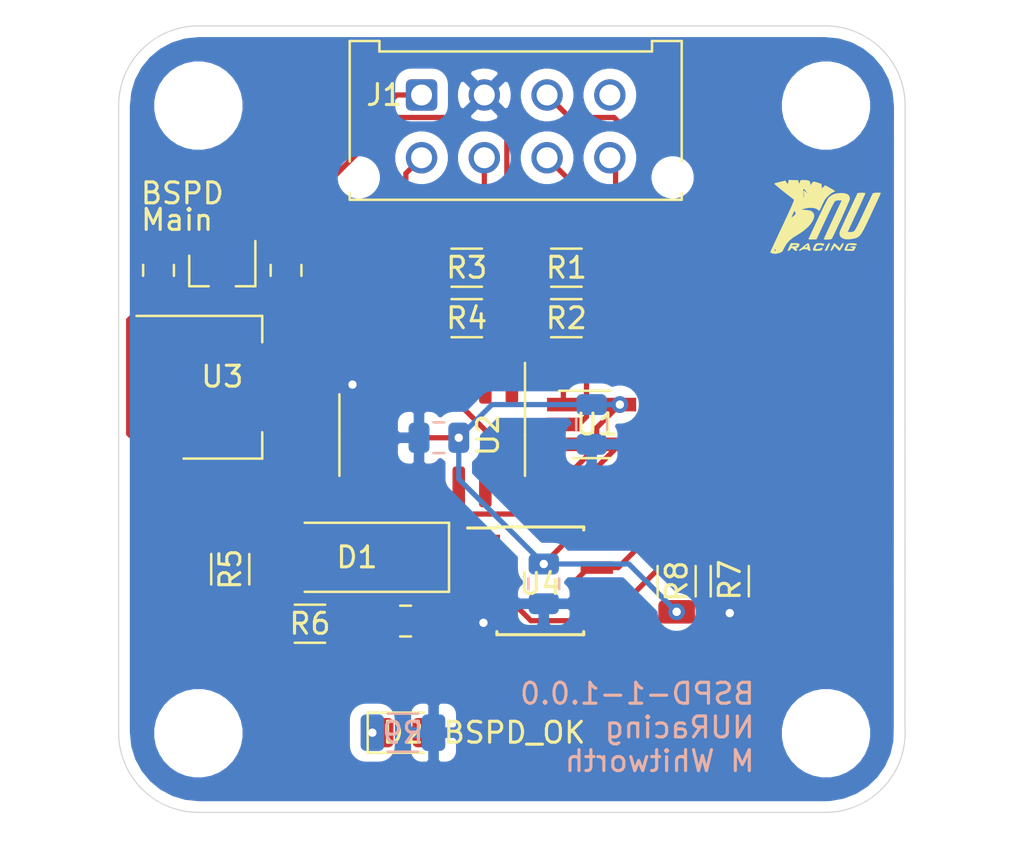
<source format=kicad_pcb>
(kicad_pcb (version 20171130) (host pcbnew "(5.1.6)-1")

  (general
    (thickness 1.6)
    (drawings 11)
    (tracks 134)
    (zones 0)
    (modules 28)
    (nets 19)
  )

  (page A4)
  (layers
    (0 F.Cu signal)
    (31 B.Cu signal)
    (32 B.Adhes user)
    (33 F.Adhes user)
    (34 B.Paste user)
    (35 F.Paste user)
    (36 B.SilkS user)
    (37 F.SilkS user)
    (38 B.Mask user)
    (39 F.Mask user)
    (40 Dwgs.User user)
    (41 Cmts.User user)
    (42 Eco1.User user)
    (43 Eco2.User user)
    (44 Edge.Cuts user)
    (45 Margin user)
    (46 B.CrtYd user)
    (47 F.CrtYd user)
    (48 B.Fab user)
    (49 F.Fab user)
  )

  (setup
    (last_trace_width 0.25)
    (trace_clearance 0.2)
    (zone_clearance 0.508)
    (zone_45_only no)
    (trace_min 0.2)
    (via_size 0.8)
    (via_drill 0.4)
    (via_min_size 0.4)
    (via_min_drill 0.3)
    (uvia_size 0.3)
    (uvia_drill 0.1)
    (uvias_allowed no)
    (uvia_min_size 0.2)
    (uvia_min_drill 0.1)
    (edge_width 0.05)
    (segment_width 0.2)
    (pcb_text_width 0.3)
    (pcb_text_size 1.5 1.5)
    (mod_edge_width 0.12)
    (mod_text_size 1 1)
    (mod_text_width 0.15)
    (pad_size 1.524 1.524)
    (pad_drill 0.762)
    (pad_to_mask_clearance 0.051)
    (solder_mask_min_width 0.25)
    (aux_axis_origin 0 0)
    (visible_elements 7FFFFFFF)
    (pcbplotparams
      (layerselection 0x010f0_ffffffff)
      (usegerberextensions false)
      (usegerberattributes false)
      (usegerberadvancedattributes false)
      (creategerberjobfile false)
      (excludeedgelayer true)
      (linewidth 0.100000)
      (plotframeref false)
      (viasonmask false)
      (mode 1)
      (useauxorigin false)
      (hpglpennumber 1)
      (hpglpenspeed 20)
      (hpglpendiameter 15.000000)
      (psnegative false)
      (psa4output false)
      (plotreference true)
      (plotvalue true)
      (plotinvisibletext false)
      (padsonsilk false)
      (subtractmaskfromsilk false)
      (outputformat 1)
      (mirror false)
      (drillshape 0)
      (scaleselection 1)
      (outputdirectory "BSPD_Main_gerbers/"))
  )

  (net 0 "")
  (net 1 GND)
  (net 2 "Net-(C5-Pad1)")
  (net 3 VCC)
  (net 4 "Net-(J1-Pad4)")
  (net 5 "Net-(C3-Pad1)")
  (net 6 "Net-(D1-Pad2)")
  (net 7 "Net-(D2-Pad1)")
  (net 8 /BSPD_OK)
  (net 9 +12V)
  (net 10 /PRESSURE_THRESHOLD)
  (net 11 /PRESSURE_~OCSC)
  (net 12 /CURRENT_THRESHOLD)
  (net 13 /CURRENT_~OCSC)
  (net 14 "Net-(R5-Pad2)")
  (net 15 "Net-(R7-Pad1)")
  (net 16 "Net-(U1-Pad4)")
  (net 17 "Net-(U1-Pad3)")
  (net 18 "Net-(U2-Pad13)")

  (net_class Default "This is the default net class."
    (clearance 0.2)
    (trace_width 0.25)
    (via_dia 0.8)
    (via_drill 0.4)
    (uvia_dia 0.3)
    (uvia_drill 0.1)
    (add_net +12V)
    (add_net /BSPD_OK)
    (add_net /CURRENT_THRESHOLD)
    (add_net /CURRENT_~OCSC)
    (add_net /PRESSURE_THRESHOLD)
    (add_net /PRESSURE_~OCSC)
    (add_net GND)
    (add_net "Net-(C3-Pad1)")
    (add_net "Net-(C5-Pad1)")
    (add_net "Net-(D1-Pad2)")
    (add_net "Net-(D2-Pad1)")
    (add_net "Net-(J1-Pad4)")
    (add_net "Net-(R5-Pad2)")
    (add_net "Net-(R7-Pad1)")
    (add_net "Net-(U1-Pad3)")
    (add_net "Net-(U1-Pad4)")
    (add_net "Net-(U2-Pad13)")
    (add_net VCC)
  )

  (module "Logos:NUR 5_7" locked (layer F.Cu) (tedit 0) (tstamp 60C88228)
    (at 115.57 110.49)
    (fp_text reference G*** (at 0 0) (layer F.SilkS) hide
      (effects (font (size 1.524 1.524) (thickness 0.3)))
    )
    (fp_text value LOGO (at 0.75 0) (layer F.SilkS) hide
      (effects (font (size 1.524 1.524) (thickness 0.3)))
    )
    (fp_poly (pts (xy 2.596985 -1.165919) (xy 2.636978 -1.15664) (xy 2.6416 -1.150607) (xy 2.631218 -1.124462)
      (xy 2.601576 -1.057237) (xy 2.554932 -0.953872) (xy 2.493543 -0.819305) (xy 2.419665 -0.658476)
      (xy 2.335555 -0.476324) (xy 2.24347 -0.277788) (xy 2.20345 -0.191757) (xy 2.083705 0.064466)
      (xy 1.982178 0.278552) (xy 1.896177 0.454661) (xy 1.823011 0.596954) (xy 1.759988 0.709591)
      (xy 1.704415 0.796732) (xy 1.653603 0.862538) (xy 1.604858 0.911168) (xy 1.55549 0.946784)
      (xy 1.502806 0.973544) (xy 1.444115 0.995611) (xy 1.432807 0.999372) (xy 1.290318 1.034578)
      (xy 1.138588 1.053087) (xy 0.999252 1.052949) (xy 0.935636 1.044196) (xy 0.807992 0.999884)
      (xy 0.720461 0.930912) (xy 0.67588 0.841024) (xy 0.677087 0.733967) (xy 0.683083 0.710791)
      (xy 0.699639 0.668135) (xy 0.735326 0.585166) (xy 0.787598 0.467513) (xy 0.853908 0.320805)
      (xy 0.931708 0.150672) (xy 1.018452 -0.037258) (xy 1.111594 -0.237354) (xy 1.12551 -0.267109)
      (xy 1.541342 -1.1557) (xy 1.723171 -1.163163) (xy 1.827977 -1.164276) (xy 1.887097 -1.156644)
      (xy 1.905 -1.140448) (xy 1.894577 -1.111438) (xy 1.864857 -1.041605) (xy 1.818167 -0.936097)
      (xy 1.756828 -0.800059) (xy 1.683167 -0.638639) (xy 1.599508 -0.456983) (xy 1.508174 -0.260239)
      (xy 1.4859 -0.21248) (xy 1.39326 -0.013709) (xy 1.307721 0.170446) (xy 1.231594 0.334962)
      (xy 1.167191 0.474813) (xy 1.116825 0.584975) (xy 1.082808 0.660423) (xy 1.067452 0.696133)
      (xy 1.0668 0.698254) (xy 1.089655 0.705651) (xy 1.148072 0.710337) (xy 1.193399 0.7112)
      (xy 1.282079 0.704983) (xy 1.344728 0.680793) (xy 1.393787 0.64135) (xy 1.429176 0.593439)
      (xy 1.483771 0.49854) (xy 1.557553 0.356687) (xy 1.650507 0.167914) (xy 1.762613 -0.067745)
      (xy 1.855304 -0.2667) (xy 1.944916 -0.459852) (xy 2.028555 -0.639035) (xy 2.103668 -0.798862)
      (xy 2.1677 -0.933943) (xy 2.218098 -1.038892) (xy 2.252308 -1.108319) (xy 2.267627 -1.13665)
      (xy 2.300543 -1.150719) (xy 2.364999 -1.161243) (xy 2.445933 -1.167658) (xy 2.528282 -1.169405)
      (xy 2.596985 -1.165919)) (layer F.SilkS) (width 0.01))
    (fp_poly (pts (xy 0.904596 -1.14324) (xy 1.029569 -1.107586) (xy 1.1136 -1.045852) (xy 1.158769 -0.956681)
      (xy 1.1684 -0.872997) (xy 1.158035 -0.839483) (xy 1.128797 -0.766122) (xy 1.08347 -0.65902)
      (xy 1.024838 -0.524283) (xy 0.955685 -0.368015) (xy 0.878794 -0.196324) (xy 0.79695 -0.015313)
      (xy 0.712937 0.168911) (xy 0.629538 0.350242) (xy 0.549538 0.522575) (xy 0.475721 0.679805)
      (xy 0.41087 0.815826) (xy 0.357769 0.924532) (xy 0.319203 0.999818) (xy 0.298386 1.03505)
      (xy 0.265004 1.049345) (xy 0.200299 1.059864) (xy 0.119291 1.066095) (xy 0.037002 1.067531)
      (xy -0.03155 1.06366) (xy -0.071342 1.053973) (xy -0.075871 1.04775) (xy -0.065385 1.021294)
      (xy -0.03561 0.953871) (xy 0.011155 0.850499) (xy 0.072611 0.716195) (xy 0.146459 0.555978)
      (xy 0.2304 0.374864) (xy 0.322136 0.177872) (xy 0.351827 0.1143) (xy 0.779195 -0.8001)
      (xy 0.651648 -0.807939) (xy 0.551581 -0.805749) (xy 0.480857 -0.781847) (xy 0.461327 -0.768909)
      (xy 0.431728 -0.731882) (xy 0.384011 -0.651219) (xy 0.317864 -0.526305) (xy 0.232971 -0.356524)
      (xy 0.12902 -0.141262) (xy 0.005696 0.120097) (xy -0.01576 0.16603) (xy -0.430071 1.0541)
      (xy -0.623924 1.061563) (xy -0.717494 1.062421) (xy -0.782606 1.057543) (xy -0.809027 1.047803)
      (xy -0.808938 1.045737) (xy -0.796583 1.018392) (xy -0.764982 0.950008) (xy -0.716449 0.845548)
      (xy -0.653296 0.709972) (xy -0.577833 0.548242) (xy -0.492375 0.365319) (xy -0.399231 0.166164)
      (xy -0.357434 0.076861) (xy -0.222188 -0.209656) (xy -0.106462 -0.449709) (xy -0.010293 -0.643229)
      (xy 0.066284 -0.790144) (xy 0.123232 -0.890385) (xy 0.160516 -0.943879) (xy 0.163112 -0.946605)
      (xy 0.306207 -1.054786) (xy 0.480007 -1.123435) (xy 0.68547 -1.1529) (xy 0.7366 -1.154167)
      (xy 0.904596 -1.14324)) (layer F.SilkS) (width 0.01))
    (fp_poly (pts (xy 1.301875 1.249845) (xy 1.401077 1.256178) (xy 1.459553 1.266922) (xy 1.487341 1.284678)
      (xy 1.493399 1.299445) (xy 1.492051 1.320037) (xy 1.471849 1.331126) (xy 1.423312 1.334066)
      (xy 1.336958 1.330214) (xy 1.296818 1.327565) (xy 1.202227 1.32259) (xy 1.130806 1.321705)
      (xy 1.094475 1.324956) (xy 1.0922 1.326768) (xy 1.083283 1.356555) (xy 1.061132 1.414106)
      (xy 1.053759 1.431998) (xy 1.015318 1.524) (xy 1.168059 1.524) (xy 1.256662 1.521085)
      (xy 1.304282 1.510751) (xy 1.320482 1.490611) (xy 1.3208 1.4859) (xy 1.298719 1.455257)
      (xy 1.2573 1.4478) (xy 1.209565 1.439105) (xy 1.1938 1.4224) (xy 1.216644 1.40791)
      (xy 1.275052 1.398714) (xy 1.3208 1.397) (xy 1.393237 1.400427) (xy 1.439176 1.40919)
      (xy 1.447705 1.41605) (xy 1.43551 1.44832) (xy 1.405481 1.503943) (xy 1.397278 1.51765)
      (xy 1.346946 1.6002) (xy 1.130673 1.6002) (xy 1.020314 1.598242) (xy 0.952828 1.591529)
      (xy 0.92041 1.578803) (xy 0.9144 1.565328) (xy 0.927293 1.505867) (xy 0.959634 1.427934)
      (xy 1.001909 1.349836) (xy 1.044608 1.289881) (xy 1.068233 1.269232) (xy 1.117923 1.256836)
      (xy 1.20064 1.249845) (xy 1.298767 1.249723) (xy 1.301875 1.249845)) (layer F.SilkS) (width 0.01))
    (fp_poly (pts (xy 0.863515 1.266824) (xy 0.8636 1.270724) (xy 0.851668 1.315904) (xy 0.821201 1.383573)
      (xy 0.780189 1.459778) (xy 0.736622 1.530567) (xy 0.698493 1.581988) (xy 0.674893 1.6002)
      (xy 0.640264 1.582294) (xy 0.586442 1.535802) (xy 0.536465 1.483354) (xy 0.433613 1.366508)
      (xy 0.376845 1.483354) (xy 0.336834 1.550345) (xy 0.297533 1.592412) (xy 0.267192 1.603459)
      (xy 0.254061 1.577396) (xy 0.254 1.574075) (xy 0.264805 1.537099) (xy 0.292344 1.47417)
      (xy 0.3293 1.399391) (xy 0.368356 1.326863) (xy 0.402196 1.270688) (xy 0.423502 1.244971)
      (xy 0.424943 1.2446) (xy 0.450797 1.261141) (xy 0.501159 1.304428) (xy 0.562727 1.362768)
      (xy 0.6827 1.480937) (xy 0.740111 1.362768) (xy 0.780312 1.295253) (xy 0.819714 1.252706)
      (xy 0.850166 1.241204) (xy 0.863515 1.266824)) (layer F.SilkS) (width 0.01))
    (fp_poly (pts (xy 0.20546 1.249003) (xy 0.21004 1.269038) (xy 0.195236 1.31494) (xy 0.162438 1.39065)
      (xy 0.125898 1.472493) (xy 0.097009 1.537913) (xy 0.083841 1.56845) (xy 0.057463 1.589719)
      (xy 0.015054 1.600887) (xy -0.019029 1.597598) (xy -0.0254 1.58798) (xy -0.014965 1.56086)
      (xy 0.012547 1.500719) (xy 0.051445 1.419949) (xy 0.056251 1.41018) (xy 0.113547 1.307341)
      (xy 0.159916 1.253543) (xy 0.182931 1.2446) (xy 0.20546 1.249003)) (layer F.SilkS) (width 0.01))
    (fp_poly (pts (xy -0.214842 1.249524) (xy -0.129736 1.256024) (xy -0.083906 1.267338) (xy -0.065828 1.287928)
      (xy -0.0635 1.3081) (xy -0.083965 1.353128) (xy -0.12347 1.367386) (xy -0.165157 1.365511)
      (xy -0.166421 1.348336) (xy -0.177103 1.330244) (xy -0.237482 1.321613) (xy -0.277249 1.3208)
      (xy -0.355726 1.323888) (xy -0.401096 1.338424) (xy -0.430932 1.372309) (xy -0.443848 1.395738)
      (xy -0.470688 1.455114) (xy -0.482568 1.496186) (xy -0.4826 1.497338) (xy -0.460801 1.515783)
      (xy -0.4071 1.523285) (xy -0.33904 1.520549) (xy -0.274166 1.508281) (xy -0.230023 1.487187)
      (xy -0.23002 1.487184) (xy -0.181258 1.46152) (xy -0.151336 1.475288) (xy -0.152305 1.517577)
      (xy -0.166932 1.544307) (xy -0.193572 1.573612) (xy -0.231049 1.590523) (xy -0.292581 1.598299)
      (xy -0.391386 1.600199) (xy -0.393642 1.6002) (xy -0.486359 1.597337) (xy -0.557674 1.589785)
      (xy -0.593806 1.579091) (xy -0.595212 1.577532) (xy -0.593079 1.543988) (xy -0.573379 1.479745)
      (xy -0.546512 1.413066) (xy -0.50617 1.331868) (xy -0.463956 1.281098) (xy -0.407465 1.25464)
      (xy -0.324294 1.246378) (xy -0.214842 1.249524)) (layer F.SilkS) (width 0.01))
    (fp_poly (pts (xy -0.801821 1.263835) (xy -0.77649 1.325088) (xy -0.760818 1.389998) (xy -0.742313 1.474647)
      (xy -0.726111 1.541108) (xy -0.718199 1.567798) (xy -0.727698 1.594101) (xy -0.76008 1.6002)
      (xy -0.810075 1.584426) (xy -0.829015 1.5621) (xy -0.857716 1.537152) (xy -0.924258 1.525483)
      (xy -0.977508 1.524) (xy -1.080876 1.532645) (xy -1.139307 1.558135) (xy -1.143 1.5621)
      (xy -1.193223 1.593313) (xy -1.228661 1.599286) (xy -1.261909 1.596201) (xy -1.260247 1.581991)
      (xy -1.221481 1.546689) (xy -1.216096 1.542136) (xy -1.162579 1.496527) (xy -1.105857 1.4478)
      (xy -0.999456 1.4478) (xy -0.931528 1.4478) (xy -0.880987 1.438832) (xy -0.864287 1.402446)
      (xy -0.8636 1.3843) (xy -0.866441 1.336504) (xy -0.871873 1.3208) (xy -0.892924 1.337302)
      (xy -0.933548 1.377692) (xy -0.9398 1.3843) (xy -0.999456 1.4478) (xy -1.105857 1.4478)
      (xy -1.087369 1.431919) (xy -1.010158 1.36525) (xy -0.936233 1.30576) (xy -0.872718 1.262665)
      (xy -0.832581 1.244691) (xy -0.830913 1.2446) (xy -0.801821 1.263835)) (layer F.SilkS) (width 0.01))
    (fp_poly (pts (xy -1.366845 1.248) (xy -1.294318 1.257026) (xy -1.257643 1.269917) (xy -1.256408 1.271443)
      (xy -1.246983 1.329488) (xy -1.273152 1.393729) (xy -1.325939 1.445988) (xy -1.348464 1.457843)
      (xy -1.397702 1.482341) (xy -1.405076 1.502559) (xy -1.385679 1.522855) (xy -1.349673 1.565685)
      (xy -1.361292 1.592396) (xy -1.409115 1.6002) (xy -1.476228 1.576615) (xy -1.513636 1.5367)
      (xy -1.558838 1.490744) (xy -1.603666 1.4732) (xy -1.649765 1.494525) (xy -1.681022 1.5367)
      (xy -1.717936 1.583787) (xy -1.756678 1.6002) (xy -1.795764 1.596031) (xy -1.8034 1.591013)
      (xy -1.793685 1.565118) (xy -1.76806 1.505336) (xy -1.731806 1.423946) (xy -1.726948 1.413213)
      (xy -1.713273 1.383053) (xy -1.611072 1.383053) (xy -1.584834 1.393198) (xy -1.521158 1.393396)
      (xy -1.493955 1.391967) (xy -1.41298 1.381504) (xy -1.362223 1.363365) (xy -1.35243 1.35255)
      (xy -1.365851 1.331333) (xy -1.412744 1.320263) (xy -1.476908 1.318859) (xy -1.542141 1.326636)
      (xy -1.592239 1.343113) (xy -1.609891 1.360217) (xy -1.611072 1.383053) (xy -1.713273 1.383053)
      (xy -1.650495 1.2446) (xy -1.461747 1.2446) (xy -1.366845 1.248)) (layer F.SilkS) (width 0.01))
    (fp_poly (pts (xy -1.530321 -1.772607) (xy -1.312499 -1.7653) (xy -1.282562 -1.6764) (xy -1.252626 -1.5875)
      (xy -1.218111 -1.682751) (xy -1.193424 -1.741316) (xy -1.163721 -1.768806) (xy -1.110871 -1.776552)
      (xy -1.068048 -1.776537) (xy -0.968749 -1.771276) (xy -0.8697 -1.760124) (xy -0.851642 -1.757176)
      (xy -0.788287 -1.74205) (xy -0.75475 -1.715511) (xy -0.735793 -1.661451) (xy -0.7286 -1.627101)
      (xy -0.706416 -1.514922) (xy -0.653016 -1.608361) (xy -0.620671 -1.659358) (xy -0.587847 -1.687523)
      (xy -0.543098 -1.694183) (xy -0.474979 -1.680663) (xy -0.372043 -1.648287) (xy -0.3556 -1.642794)
      (xy -0.1905 -1.5875) (xy -0.182524 -1.476145) (xy -0.174547 -1.364789) (xy -0.093154 -1.443677)
      (xy -0.011762 -1.522566) (xy 0.222719 -1.392093) (xy 0.318994 -1.337094) (xy 0.39611 -1.29032)
      (xy 0.444835 -1.257543) (xy 0.4572 -1.245513) (xy 0.435753 -1.2276) (xy 0.382281 -1.202684)
      (xy 0.36204 -1.194996) (xy 0.298513 -1.160093) (xy 0.216545 -1.098741) (xy 0.131334 -1.022556)
      (xy 0.11439 -1.005699) (xy 0.03947 -0.9245) (xy -0.021281 -0.844118) (xy -0.0769 -0.750314)
      (xy -0.136426 -0.62885) (xy -0.1651 -0.56541) (xy -0.218437 -0.44692) (xy -0.256042 -0.368889)
      (xy -0.282261 -0.325113) (xy -0.301435 -0.309385) (xy -0.317908 -0.3155) (xy -0.3302 -0.329509)
      (xy -0.410687 -0.395055) (xy -0.527744 -0.437117) (xy -0.67227 -0.454458) (xy -0.835164 -0.445838)
      (xy -0.978914 -0.417791) (xy -1.057805 -0.394629) (xy -1.119249 -0.37203) (xy -1.156044 -0.353773)
      (xy -1.16099 -0.343636) (xy -1.126884 -0.345397) (xy -1.111801 -0.348065) (xy -1.057306 -0.350349)
      (xy -0.970683 -0.345503) (xy -0.869942 -0.334577) (xy -0.862225 -0.333529) (xy -0.758601 -0.316575)
      (xy -0.690096 -0.296412) (xy -0.641122 -0.266779) (xy -0.603251 -0.229518) (xy -0.551518 -0.150234)
      (xy -0.535822 -0.061966) (xy -0.55633 0.044151) (xy -0.610853 0.172282) (xy -0.702176 0.314697)
      (xy -0.833734 0.463145) (xy -0.99692 0.609696) (xy -1.183125 0.746419) (xy -1.333532 0.8382)
      (xy -1.550725 0.973722) (xy -1.723293 1.114492) (xy -1.857406 1.266522) (xy -1.959235 1.435827)
      (xy -1.970046 1.458602) (xy -2.018899 1.558461) (xy -2.059192 1.622497) (xy -2.10019 1.662454)
      (xy -2.151159 1.690081) (xy -2.153408 1.691042) (xy -2.269713 1.727156) (xy -2.390813 1.743096)
      (xy -2.499293 1.737857) (xy -2.570128 1.715132) (xy -2.638355 1.676478) (xy -2.568284 1.525183)
      (xy -2.433232 1.525183) (xy -2.423602 1.586813) (xy -2.423382 1.587693) (xy -2.408641 1.632717)
      (xy -2.393768 1.632872) (xy -2.38204 1.614761) (xy -2.374947 1.559308) (xy -2.389214 1.534756)
      (xy -2.421421 1.507292) (xy -2.433232 1.525183) (xy -2.568284 1.525183) (xy -2.541285 1.466889)
      (xy -2.509982 1.399538) (xy -2.459899 1.292081) (xy -2.393793 1.150419) (xy -2.314421 0.980455)
      (xy -2.22454 0.78809) (xy -2.126905 0.579226) (xy -2.024274 0.359766) (xy -1.958391 0.218931)
      (xy -1.863911 0.016508) (xy -1.6256 0.016508) (xy -1.607893 0.009884) (xy -1.562474 -0.021315)
      (xy -1.524 -0.0508) (xy -1.465825 -0.102311) (xy -1.429231 -0.145174) (xy -1.422747 -0.160885)
      (xy -1.430714 -0.218821) (xy -1.448478 -0.273419) (xy -1.468688 -0.303552) (xy -1.472843 -0.3048)
      (xy -1.489735 -0.283782) (xy -1.519271 -0.230424) (xy -1.554537 -0.159269) (xy -1.588618 -0.08486)
      (xy -1.614601 -0.021742) (xy -1.62557 0.015542) (xy -1.6256 0.016508) (xy -1.863911 0.016508)
      (xy -1.841559 -0.03138) (xy -1.74507 -0.239678) (xy -1.667324 -0.409764) (xy -1.606722 -0.545442)
      (xy -1.561666 -0.650516) (xy -1.530556 -0.728788) (xy -1.511794 -0.784061) (xy -1.50378 -0.820138)
      (xy -1.504916 -0.840824) (xy -1.509871 -0.847869) (xy -1.682524 -0.980417) (xy -1.848189 -1.109402)
      (xy -1.927033 -1.171671) (xy -1.065376 -1.171671) (xy -1.058714 -1.085618) (xy -1.045183 -1.014916)
      (xy -1.04069 -1.001431) (xy -1.01851 -0.956647) (xy -1.001879 -0.945455) (xy -1.000751 -0.975617)
      (xy -1.01529 -1.026831) (xy -1.032764 -1.094264) (xy -1.040329 -1.167819) (xy -1.037812 -1.230891)
      (xy -1.025037 -1.266875) (xy -1.01785 -1.27) (xy -0.989011 -1.252121) (xy -0.941966 -1.206608)
      (xy -0.913618 -1.17475) (xy -0.869779 -1.126067) (xy -0.85472 -1.117872) (xy -0.864156 -1.143)
      (xy -0.908007 -1.219828) (xy -0.957672 -1.288913) (xy -1.003851 -1.339085) (xy -1.037245 -1.359175)
      (xy -1.043056 -1.357877) (xy -1.057656 -1.324206) (xy -1.065059 -1.256669) (xy -1.065376 -1.171671)
      (xy -1.927033 -1.171671) (xy -2.002325 -1.231134) (xy -2.14039 -1.341919) (xy -2.257845 -1.438067)
      (xy -2.350146 -1.515887) (xy -2.412753 -1.571686) (xy -2.441124 -1.601773) (xy -2.442058 -1.605625)
      (xy -2.41157 -1.618868) (xy -2.342876 -1.640181) (xy -2.247276 -1.666237) (xy -2.171356 -1.685286)
      (xy -1.9177 -1.746824) (xy -1.863386 -1.65865) (xy -1.826188 -1.605115) (xy -1.801468 -1.594542)
      (xy -1.782514 -1.629535) (xy -1.766059 -1.696407) (xy -1.748144 -1.779913) (xy -1.530321 -1.772607)) (layer F.SilkS) (width 0.01))
  )

  (module Package_SO:SOIC-14_3.9x8.7mm_P1.27mm (layer F.Cu) (tedit 5D9F72B1) (tstamp 60C867C4)
    (at 96.774 120.904 270)
    (descr "SOIC, 14 Pin (JEDEC MS-012AB, https://www.analog.com/media/en/package-pcb-resources/package/pkg_pdf/soic_narrow-r/r_14.pdf), generated with kicad-footprint-generator ipc_gullwing_generator.py")
    (tags "SOIC SO")
    (path /60CCEC36)
    (attr smd)
    (fp_text reference U2 (at 0 -2.667 90) (layer F.SilkS)
      (effects (font (size 1 1) (thickness 0.15)))
    )
    (fp_text value 4081 (at 0 5.28 90) (layer F.Fab)
      (effects (font (size 1 1) (thickness 0.15)))
    )
    (fp_line (start 3.7 -4.58) (end -3.7 -4.58) (layer F.CrtYd) (width 0.05))
    (fp_line (start 3.7 4.58) (end 3.7 -4.58) (layer F.CrtYd) (width 0.05))
    (fp_line (start -3.7 4.58) (end 3.7 4.58) (layer F.CrtYd) (width 0.05))
    (fp_line (start -3.7 -4.58) (end -3.7 4.58) (layer F.CrtYd) (width 0.05))
    (fp_line (start -1.95 -3.35) (end -0.975 -4.325) (layer F.Fab) (width 0.1))
    (fp_line (start -1.95 4.325) (end -1.95 -3.35) (layer F.Fab) (width 0.1))
    (fp_line (start 1.95 4.325) (end -1.95 4.325) (layer F.Fab) (width 0.1))
    (fp_line (start 1.95 -4.325) (end 1.95 4.325) (layer F.Fab) (width 0.1))
    (fp_line (start -0.975 -4.325) (end 1.95 -4.325) (layer F.Fab) (width 0.1))
    (fp_line (start 0 -4.435) (end -3.45 -4.435) (layer F.SilkS) (width 0.12))
    (fp_line (start 0 -4.435) (end 1.95 -4.435) (layer F.SilkS) (width 0.12))
    (fp_line (start 0 4.435) (end -1.95 4.435) (layer F.SilkS) (width 0.12))
    (fp_line (start 0 4.435) (end 1.95 4.435) (layer F.SilkS) (width 0.12))
    (fp_text user %R (at 0 0 90) (layer F.Fab)
      (effects (font (size 0.98 0.98) (thickness 0.15)))
    )
    (pad 14 smd roundrect (at 2.475 -3.81 270) (size 1.95 0.6) (layers F.Cu F.Paste F.Mask) (roundrect_rratio 0.25)
      (net 3 VCC))
    (pad 13 smd roundrect (at 2.475 -2.54 270) (size 1.95 0.6) (layers F.Cu F.Paste F.Mask) (roundrect_rratio 0.25)
      (net 18 "Net-(U2-Pad13)"))
    (pad 12 smd roundrect (at 2.475 -1.27 270) (size 1.95 0.6) (layers F.Cu F.Paste F.Mask) (roundrect_rratio 0.25)
      (net 16 "Net-(U1-Pad4)"))
    (pad 11 smd roundrect (at 2.475 0 270) (size 1.95 0.6) (layers F.Cu F.Paste F.Mask) (roundrect_rratio 0.25)
      (net 14 "Net-(R5-Pad2)"))
    (pad 10 smd roundrect (at 2.475 1.27 270) (size 1.95 0.6) (layers F.Cu F.Paste F.Mask) (roundrect_rratio 0.25))
    (pad 9 smd roundrect (at 2.475 2.54 270) (size 1.95 0.6) (layers F.Cu F.Paste F.Mask) (roundrect_rratio 0.25))
    (pad 8 smd roundrect (at 2.475 3.81 270) (size 1.95 0.6) (layers F.Cu F.Paste F.Mask) (roundrect_rratio 0.25))
    (pad 7 smd roundrect (at -2.475 3.81 270) (size 1.95 0.6) (layers F.Cu F.Paste F.Mask) (roundrect_rratio 0.25)
      (net 1 GND))
    (pad 6 smd roundrect (at -2.475 2.54 270) (size 1.95 0.6) (layers F.Cu F.Paste F.Mask) (roundrect_rratio 0.25))
    (pad 5 smd roundrect (at -2.475 1.27 270) (size 1.95 0.6) (layers F.Cu F.Paste F.Mask) (roundrect_rratio 0.25))
    (pad 4 smd roundrect (at -2.475 0 270) (size 1.95 0.6) (layers F.Cu F.Paste F.Mask) (roundrect_rratio 0.25))
    (pad 3 smd roundrect (at -2.475 -1.27 270) (size 1.95 0.6) (layers F.Cu F.Paste F.Mask) (roundrect_rratio 0.25)
      (net 18 "Net-(U2-Pad13)"))
    (pad 2 smd roundrect (at -2.475 -2.54 270) (size 1.95 0.6) (layers F.Cu F.Paste F.Mask) (roundrect_rratio 0.25)
      (net 11 /PRESSURE_~OCSC))
    (pad 1 smd roundrect (at -2.475 -3.81 270) (size 1.95 0.6) (layers F.Cu F.Paste F.Mask) (roundrect_rratio 0.25)
      (net 13 /CURRENT_~OCSC))
    (model ${KISYS3DMOD}/Package_SO.3dshapes/SOIC-14_3.9x8.7mm_P1.27mm.wrl
      (at (xyz 0 0 0))
      (scale (xyz 1 1 1))
      (rotate (xyz 0 0 0))
    )
  )

  (module MountingHole:MountingHole_3.2mm_M3 locked (layer F.Cu) (tedit 56D1B4CB) (tstamp 60C80178)
    (at 85.598 135.156)
    (descr "Mounting Hole 3.2mm, no annular, M3")
    (tags "mounting hole 3.2mm no annular m3")
    (attr virtual)
    (fp_text reference REF** (at 0 -4.2) (layer F.Fab)
      (effects (font (size 1 1) (thickness 0.15)))
    )
    (fp_text value MountingHole_3.2mm_M3 (at 0 4.2) (layer F.Fab)
      (effects (font (size 1 1) (thickness 0.15)))
    )
    (fp_circle (center 0 0) (end 3.45 0) (layer F.CrtYd) (width 0.05))
    (fp_circle (center 0 0) (end 3.2 0) (layer Cmts.User) (width 0.15))
    (fp_text user %R (at 0.3 0) (layer F.Fab)
      (effects (font (size 1 1) (thickness 0.15)))
    )
    (pad 1 np_thru_hole circle (at 0 0) (size 3.2 3.2) (drill 3.2) (layers *.Cu *.Mask))
  )

  (module MountingHole:MountingHole_3.2mm_M3 locked (layer F.Cu) (tedit 56D1B4CB) (tstamp 60C80178)
    (at 115.598 135.156)
    (descr "Mounting Hole 3.2mm, no annular, M3")
    (tags "mounting hole 3.2mm no annular m3")
    (attr virtual)
    (fp_text reference REF** (at 0 -4.2) (layer F.Fab)
      (effects (font (size 1 1) (thickness 0.15)))
    )
    (fp_text value MountingHole_3.2mm_M3 (at 0 4.2) (layer F.Fab)
      (effects (font (size 1 1) (thickness 0.15)))
    )
    (fp_circle (center 0 0) (end 3.45 0) (layer F.CrtYd) (width 0.05))
    (fp_circle (center 0 0) (end 3.2 0) (layer Cmts.User) (width 0.15))
    (fp_text user %R (at 0.3 0) (layer F.Fab)
      (effects (font (size 1 1) (thickness 0.15)))
    )
    (pad 1 np_thru_hole circle (at 0 0) (size 3.2 3.2) (drill 3.2) (layers *.Cu *.Mask))
  )

  (module MountingHole:MountingHole_3.2mm_M3 locked (layer F.Cu) (tedit 56D1B4CB) (tstamp 60C80178)
    (at 115.598 105.156)
    (descr "Mounting Hole 3.2mm, no annular, M3")
    (tags "mounting hole 3.2mm no annular m3")
    (attr virtual)
    (fp_text reference REF** (at 0 -4.2) (layer F.Fab)
      (effects (font (size 1 1) (thickness 0.15)))
    )
    (fp_text value MountingHole_3.2mm_M3 (at 0 4.2) (layer F.Fab)
      (effects (font (size 1 1) (thickness 0.15)))
    )
    (fp_circle (center 0 0) (end 3.45 0) (layer F.CrtYd) (width 0.05))
    (fp_circle (center 0 0) (end 3.2 0) (layer Cmts.User) (width 0.15))
    (fp_text user %R (at 0.3 0) (layer F.Fab)
      (effects (font (size 1 1) (thickness 0.15)))
    )
    (pad 1 np_thru_hole circle (at 0 0) (size 3.2 3.2) (drill 3.2) (layers *.Cu *.Mask))
  )

  (module MountingHole:MountingHole_3.2mm_M3 locked (layer F.Cu) (tedit 56D1B4CB) (tstamp 60C80162)
    (at 85.598 105.156)
    (descr "Mounting Hole 3.2mm, no annular, M3")
    (tags "mounting hole 3.2mm no annular m3")
    (attr virtual)
    (fp_text reference REF** (at 0 -4.2) (layer F.Fab)
      (effects (font (size 1 1) (thickness 0.15)))
    )
    (fp_text value MountingHole_3.2mm_M3 (at 0 4.2) (layer F.Fab)
      (effects (font (size 1 1) (thickness 0.15)))
    )
    (fp_circle (center 0 0) (end 3.45 0) (layer F.CrtYd) (width 0.05))
    (fp_circle (center 0 0) (end 3.2 0) (layer Cmts.User) (width 0.15))
    (fp_text user %R (at 0.3 0) (layer F.Fab)
      (effects (font (size 1 1) (thickness 0.15)))
    )
    (pad 1 np_thru_hole circle (at 0 0) (size 3.2 3.2) (drill 3.2) (layers *.Cu *.Mask))
  )

  (module Diode_SMD:D_SMA_Handsoldering (layer F.Cu) (tedit 58643398) (tstamp 5E89D5BD)
    (at 93.178 126.746 180)
    (descr "Diode SMA (DO-214AC) Handsoldering")
    (tags "Diode SMA (DO-214AC) Handsoldering")
    (path /5DB0EDCD)
    (attr smd)
    (fp_text reference D1 (at 0 0) (layer F.SilkS)
      (effects (font (size 1 1) (thickness 0.15)))
    )
    (fp_text value D (at 0 2.6) (layer F.Fab)
      (effects (font (size 1 1) (thickness 0.15)))
    )
    (fp_line (start -4.4 -1.65) (end -4.4 1.65) (layer F.SilkS) (width 0.12))
    (fp_line (start 2.3 1.5) (end -2.3 1.5) (layer F.Fab) (width 0.1))
    (fp_line (start -2.3 1.5) (end -2.3 -1.5) (layer F.Fab) (width 0.1))
    (fp_line (start 2.3 -1.5) (end 2.3 1.5) (layer F.Fab) (width 0.1))
    (fp_line (start 2.3 -1.5) (end -2.3 -1.5) (layer F.Fab) (width 0.1))
    (fp_line (start -4.5 -1.75) (end 4.5 -1.75) (layer F.CrtYd) (width 0.05))
    (fp_line (start 4.5 -1.75) (end 4.5 1.75) (layer F.CrtYd) (width 0.05))
    (fp_line (start 4.5 1.75) (end -4.5 1.75) (layer F.CrtYd) (width 0.05))
    (fp_line (start -4.5 1.75) (end -4.5 -1.75) (layer F.CrtYd) (width 0.05))
    (fp_line (start -0.64944 0.00102) (end -1.55114 0.00102) (layer F.Fab) (width 0.1))
    (fp_line (start 0.50118 0.00102) (end 1.4994 0.00102) (layer F.Fab) (width 0.1))
    (fp_line (start -0.64944 -0.79908) (end -0.64944 0.80112) (layer F.Fab) (width 0.1))
    (fp_line (start 0.50118 0.75032) (end 0.50118 -0.79908) (layer F.Fab) (width 0.1))
    (fp_line (start -0.64944 0.00102) (end 0.50118 0.75032) (layer F.Fab) (width 0.1))
    (fp_line (start -0.64944 0.00102) (end 0.50118 -0.79908) (layer F.Fab) (width 0.1))
    (fp_line (start -4.4 1.65) (end 2.5 1.65) (layer F.SilkS) (width 0.12))
    (fp_line (start -4.4 -1.65) (end 2.5 -1.65) (layer F.SilkS) (width 0.12))
    (fp_text user %R (at 0 -2.5) (layer F.Fab)
      (effects (font (size 1 1) (thickness 0.15)))
    )
    (pad 1 smd rect (at -2.5 0 180) (size 3.5 1.8) (layers F.Cu F.Paste F.Mask)
      (net 2 "Net-(C5-Pad1)"))
    (pad 2 smd rect (at 2.5 0 180) (size 3.5 1.8) (layers F.Cu F.Paste F.Mask)
      (net 6 "Net-(D1-Pad2)"))
    (model ${KISYS3DMOD}/Diode_SMD.3dshapes/D_SMA.wrl
      (at (xyz 0 0 0))
      (scale (xyz 1 1 1))
      (rotate (xyz 0 0 0))
    )
  )

  (module Package_TO_SOT_SMD:SOT-23 (layer F.Cu) (tedit 5A02FF57) (tstamp 5E89D612)
    (at 86.741 113.03 270)
    (descr "SOT-23, Standard")
    (tags SOT-23)
    (path /5E6CDF2B)
    (attr smd)
    (fp_text reference Q1 (at 0 -2.5 90) (layer F.Fab)
      (effects (font (size 1 1) (thickness 0.15)))
    )
    (fp_text value Q_PMOS_DGS (at 0 2.5 90) (layer F.Fab)
      (effects (font (size 1 1) (thickness 0.15)))
    )
    (fp_line (start -0.7 -0.95) (end -0.7 1.5) (layer F.Fab) (width 0.1))
    (fp_line (start -0.15 -1.52) (end 0.7 -1.52) (layer F.Fab) (width 0.1))
    (fp_line (start -0.7 -0.95) (end -0.15 -1.52) (layer F.Fab) (width 0.1))
    (fp_line (start 0.7 -1.52) (end 0.7 1.52) (layer F.Fab) (width 0.1))
    (fp_line (start -0.7 1.52) (end 0.7 1.52) (layer F.Fab) (width 0.1))
    (fp_line (start 0.76 1.58) (end 0.76 0.65) (layer F.SilkS) (width 0.12))
    (fp_line (start 0.76 -1.58) (end 0.76 -0.65) (layer F.SilkS) (width 0.12))
    (fp_line (start -1.7 -1.75) (end 1.7 -1.75) (layer F.CrtYd) (width 0.05))
    (fp_line (start 1.7 -1.75) (end 1.7 1.75) (layer F.CrtYd) (width 0.05))
    (fp_line (start 1.7 1.75) (end -1.7 1.75) (layer F.CrtYd) (width 0.05))
    (fp_line (start -1.7 1.75) (end -1.7 -1.75) (layer F.CrtYd) (width 0.05))
    (fp_line (start 0.76 -1.58) (end -1.4 -1.58) (layer F.SilkS) (width 0.12))
    (fp_line (start 0.76 1.58) (end -0.7 1.58) (layer F.SilkS) (width 0.12))
    (fp_text user %R (at 0 0) (layer F.Fab)
      (effects (font (size 0.5 0.5) (thickness 0.075)))
    )
    (pad 1 smd rect (at -1 -0.95 270) (size 0.9 0.8) (layers F.Cu F.Paste F.Mask)
      (net 9 +12V))
    (pad 2 smd rect (at -1 0.95 270) (size 0.9 0.8) (layers F.Cu F.Paste F.Mask)
      (net 1 GND))
    (pad 3 smd rect (at 1 0 270) (size 0.9 0.8) (layers F.Cu F.Paste F.Mask)
      (net 5 "Net-(C3-Pad1)"))
    (model ${KISYS3DMOD}/Package_TO_SOT_SMD.3dshapes/SOT-23.wrl
      (at (xyz 0 0 0))
      (scale (xyz 1 1 1))
      (rotate (xyz 0 0 0))
    )
  )

  (module Package_TO_SOT_SMD:SOT-23-5_HandSoldering (layer F.Cu) (tedit 5A0AB76C) (tstamp 5E89D928)
    (at 104.394 120.396)
    (descr "5-pin SOT23 package")
    (tags "SOT-23-5 hand-soldering")
    (path /5DC7C099)
    (attr smd)
    (fp_text reference U1 (at 0.254 0) (layer F.SilkS)
      (effects (font (size 1 1) (thickness 0.15)))
    )
    (fp_text value 1OR_SN74LVC1G32 (at 0 2.9) (layer F.Fab)
      (effects (font (size 1 1) (thickness 0.15)))
    )
    (fp_line (start -0.9 1.61) (end 0.9 1.61) (layer F.SilkS) (width 0.12))
    (fp_line (start 0.9 -1.61) (end -1.55 -1.61) (layer F.SilkS) (width 0.12))
    (fp_line (start -0.9 -0.9) (end -0.25 -1.55) (layer F.Fab) (width 0.1))
    (fp_line (start 0.9 -1.55) (end -0.25 -1.55) (layer F.Fab) (width 0.1))
    (fp_line (start -0.9 -0.9) (end -0.9 1.55) (layer F.Fab) (width 0.1))
    (fp_line (start 0.9 1.55) (end -0.9 1.55) (layer F.Fab) (width 0.1))
    (fp_line (start 0.9 -1.55) (end 0.9 1.55) (layer F.Fab) (width 0.1))
    (fp_line (start -2.38 -1.8) (end 2.38 -1.8) (layer F.CrtYd) (width 0.05))
    (fp_line (start -2.38 -1.8) (end -2.38 1.8) (layer F.CrtYd) (width 0.05))
    (fp_line (start 2.38 1.8) (end 2.38 -1.8) (layer F.CrtYd) (width 0.05))
    (fp_line (start 2.38 1.8) (end -2.38 1.8) (layer F.CrtYd) (width 0.05))
    (fp_text user %R (at 0 0 90) (layer F.Fab)
      (effects (font (size 0.5 0.5) (thickness 0.075)))
    )
    (pad 1 smd rect (at -1.35 -0.95) (size 1.56 0.65) (layers F.Cu F.Paste F.Mask)
      (net 10 /PRESSURE_THRESHOLD))
    (pad 2 smd rect (at -1.35 0) (size 1.56 0.65) (layers F.Cu F.Paste F.Mask)
      (net 12 /CURRENT_THRESHOLD))
    (pad 3 smd rect (at -1.35 0.95) (size 1.56 0.65) (layers F.Cu F.Paste F.Mask)
      (net 17 "Net-(U1-Pad3)"))
    (pad 4 smd rect (at 1.35 0.95) (size 1.56 0.65) (layers F.Cu F.Paste F.Mask)
      (net 16 "Net-(U1-Pad4)"))
    (pad 5 smd rect (at 1.35 -0.95) (size 1.56 0.65) (layers F.Cu F.Paste F.Mask)
      (net 3 VCC))
    (model ${KISYS3DMOD}/Package_TO_SOT_SMD.3dshapes/SOT-23-5.wrl
      (at (xyz 0 0 0))
      (scale (xyz 1 1 1))
      (rotate (xyz 0 0 0))
    )
  )

  (module Package_SO:SOIC-8_3.9x4.9mm_P1.27mm (layer F.Cu) (tedit 5A02F2D3) (tstamp 5E89D945)
    (at 101.942201 127.871001)
    (descr "8-Lead Plastic Small Outline (SN) - Narrow, 3.90 mm Body [SOIC] (see Microchip Packaging Specification http://ww1.microchip.com/downloads/en/PackagingSpec/00000049BQ.pdf)")
    (tags "SOIC 1.27")
    (path /5D7157F1)
    (attr smd)
    (fp_text reference U4 (at 0 0.144999) (layer F.SilkS)
      (effects (font (size 1 1) (thickness 0.15)))
    )
    (fp_text value MCP6002-xSN (at 0 3.5) (layer F.Fab)
      (effects (font (size 1 1) (thickness 0.15)))
    )
    (fp_line (start -2.075 -2.525) (end -3.475 -2.525) (layer F.SilkS) (width 0.15))
    (fp_line (start -2.075 2.575) (end 2.075 2.575) (layer F.SilkS) (width 0.15))
    (fp_line (start -2.075 -2.575) (end 2.075 -2.575) (layer F.SilkS) (width 0.15))
    (fp_line (start -2.075 2.575) (end -2.075 2.43) (layer F.SilkS) (width 0.15))
    (fp_line (start 2.075 2.575) (end 2.075 2.43) (layer F.SilkS) (width 0.15))
    (fp_line (start 2.075 -2.575) (end 2.075 -2.43) (layer F.SilkS) (width 0.15))
    (fp_line (start -2.075 -2.575) (end -2.075 -2.525) (layer F.SilkS) (width 0.15))
    (fp_line (start -3.73 2.7) (end 3.73 2.7) (layer F.CrtYd) (width 0.05))
    (fp_line (start -3.73 -2.7) (end 3.73 -2.7) (layer F.CrtYd) (width 0.05))
    (fp_line (start 3.73 -2.7) (end 3.73 2.7) (layer F.CrtYd) (width 0.05))
    (fp_line (start -3.73 -2.7) (end -3.73 2.7) (layer F.CrtYd) (width 0.05))
    (fp_line (start -1.95 -1.45) (end -0.95 -2.45) (layer F.Fab) (width 0.1))
    (fp_line (start -1.95 2.45) (end -1.95 -1.45) (layer F.Fab) (width 0.1))
    (fp_line (start 1.95 2.45) (end -1.95 2.45) (layer F.Fab) (width 0.1))
    (fp_line (start 1.95 -2.45) (end 1.95 2.45) (layer F.Fab) (width 0.1))
    (fp_line (start -0.95 -2.45) (end 1.95 -2.45) (layer F.Fab) (width 0.1))
    (fp_text user %R (at 0 0) (layer F.Fab)
      (effects (font (size 1 1) (thickness 0.15)))
    )
    (pad 8 smd rect (at 2.7 -1.905) (size 1.55 0.6) (layers F.Cu F.Paste F.Mask)
      (net 3 VCC))
    (pad 7 smd rect (at 2.7 -0.635) (size 1.55 0.6) (layers F.Cu F.Paste F.Mask)
      (net 8 /BSPD_OK))
    (pad 6 smd rect (at 2.7 0.635) (size 1.55 0.6) (layers F.Cu F.Paste F.Mask)
      (net 15 "Net-(R7-Pad1)"))
    (pad 5 smd rect (at 2.7 1.905) (size 1.55 0.6) (layers F.Cu F.Paste F.Mask)
      (net 2 "Net-(C5-Pad1)"))
    (pad 4 smd rect (at -2.7 1.905) (size 1.55 0.6) (layers F.Cu F.Paste F.Mask)
      (net 1 GND))
    (pad 3 smd rect (at -2.7 0.635) (size 1.55 0.6) (layers F.Cu F.Paste F.Mask))
    (pad 2 smd rect (at -2.7 -0.635) (size 1.55 0.6) (layers F.Cu F.Paste F.Mask))
    (pad 1 smd rect (at -2.7 -1.905) (size 1.55 0.6) (layers F.Cu F.Paste F.Mask))
    (model ${KISYS3DMOD}/Package_SO.3dshapes/SOIC-8_3.9x4.9mm_P1.27mm.wrl
      (at (xyz 0 0 0))
      (scale (xyz 1 1 1))
      (rotate (xyz 0 0 0))
    )
  )

  (module Capacitor_SMD:C_0805_2012Metric (layer B.Cu) (tedit 5F68FEEE) (tstamp 60C7FDDC)
    (at 104.394 120.396 270)
    (descr "Capacitor SMD 0805 (2012 Metric), square (rectangular) end terminal, IPC_7351 nominal, (Body size source: IPC-SM-782 page 76, https://www.pcb-3d.com/wordpress/wp-content/uploads/ipc-sm-782a_amendment_1_and_2.pdf, https://docs.google.com/spreadsheets/d/1BsfQQcO9C6DZCsRaXUlFlo91Tg2WpOkGARC1WS5S8t0/edit?usp=sharing), generated with kicad-footprint-generator")
    (tags capacitor)
    (path /5DC9B649)
    (attr smd)
    (fp_text reference C1 (at 0 0 90) (layer B.Fab)
      (effects (font (size 1 1) (thickness 0.15)) (justify mirror))
    )
    (fp_text value 0.1uF (at 0 -1.68 90) (layer B.Fab)
      (effects (font (size 1 1) (thickness 0.15)) (justify mirror))
    )
    (fp_line (start -1 -0.625) (end -1 0.625) (layer B.Fab) (width 0.1))
    (fp_line (start -1 0.625) (end 1 0.625) (layer B.Fab) (width 0.1))
    (fp_line (start 1 0.625) (end 1 -0.625) (layer B.Fab) (width 0.1))
    (fp_line (start 1 -0.625) (end -1 -0.625) (layer B.Fab) (width 0.1))
    (fp_line (start -0.261252 0.735) (end 0.261252 0.735) (layer B.SilkS) (width 0.12))
    (fp_line (start -0.261252 -0.735) (end 0.261252 -0.735) (layer B.SilkS) (width 0.12))
    (fp_line (start -1.7 -0.98) (end -1.7 0.98) (layer B.CrtYd) (width 0.05))
    (fp_line (start -1.7 0.98) (end 1.7 0.98) (layer B.CrtYd) (width 0.05))
    (fp_line (start 1.7 0.98) (end 1.7 -0.98) (layer B.CrtYd) (width 0.05))
    (fp_line (start 1.7 -0.98) (end -1.7 -0.98) (layer B.CrtYd) (width 0.05))
    (fp_text user %R (at 0 0 90) (layer B.Fab)
      (effects (font (size 0.5 0.5) (thickness 0.08)) (justify mirror))
    )
    (pad 1 smd roundrect (at -0.95 0 270) (size 1 1.45) (layers B.Cu B.Paste B.Mask) (roundrect_rratio 0.25)
      (net 3 VCC))
    (pad 2 smd roundrect (at 0.95 0 270) (size 1 1.45) (layers B.Cu B.Paste B.Mask) (roundrect_rratio 0.25)
      (net 1 GND))
    (model ${KISYS3DMOD}/Capacitor_SMD.3dshapes/C_0805_2012Metric.wrl
      (at (xyz 0 0 0))
      (scale (xyz 1 1 1))
      (rotate (xyz 0 0 0))
    )
  )

  (module Capacitor_SMD:C_0805_2012Metric (layer B.Cu) (tedit 5F68FEEE) (tstamp 60C7FDFC)
    (at 97.094 121.031 180)
    (descr "Capacitor SMD 0805 (2012 Metric), square (rectangular) end terminal, IPC_7351 nominal, (Body size source: IPC-SM-782 page 76, https://www.pcb-3d.com/wordpress/wp-content/uploads/ipc-sm-782a_amendment_1_and_2.pdf, https://docs.google.com/spreadsheets/d/1BsfQQcO9C6DZCsRaXUlFlo91Tg2WpOkGARC1WS5S8t0/edit?usp=sharing), generated with kicad-footprint-generator")
    (tags capacitor)
    (path /60F50F8F)
    (attr smd)
    (fp_text reference C2 (at 0 1.68) (layer B.Fab)
      (effects (font (size 1 1) (thickness 0.15)))
    )
    (fp_text value 0.1uF (at 0 -1.68) (layer B.Fab)
      (effects (font (size 1 1) (thickness 0.15)) (justify mirror))
    )
    (fp_line (start -1 -0.625) (end -1 0.625) (layer B.Fab) (width 0.1))
    (fp_line (start -1 0.625) (end 1 0.625) (layer B.Fab) (width 0.1))
    (fp_line (start 1 0.625) (end 1 -0.625) (layer B.Fab) (width 0.1))
    (fp_line (start 1 -0.625) (end -1 -0.625) (layer B.Fab) (width 0.1))
    (fp_line (start -0.261252 0.735) (end 0.261252 0.735) (layer B.SilkS) (width 0.12))
    (fp_line (start -0.261252 -0.735) (end 0.261252 -0.735) (layer B.SilkS) (width 0.12))
    (fp_line (start -1.7 -0.98) (end -1.7 0.98) (layer B.CrtYd) (width 0.05))
    (fp_line (start -1.7 0.98) (end 1.7 0.98) (layer B.CrtYd) (width 0.05))
    (fp_line (start 1.7 0.98) (end 1.7 -0.98) (layer B.CrtYd) (width 0.05))
    (fp_line (start 1.7 -0.98) (end -1.7 -0.98) (layer B.CrtYd) (width 0.05))
    (fp_text user %R (at 0 0) (layer B.Fab)
      (effects (font (size 0.5 0.5) (thickness 0.08)) (justify mirror))
    )
    (pad 1 smd roundrect (at -0.95 0 180) (size 1 1.45) (layers B.Cu B.Paste B.Mask) (roundrect_rratio 0.25)
      (net 3 VCC))
    (pad 2 smd roundrect (at 0.95 0 180) (size 1 1.45) (layers B.Cu B.Paste B.Mask) (roundrect_rratio 0.25)
      (net 1 GND))
    (model ${KISYS3DMOD}/Capacitor_SMD.3dshapes/C_0805_2012Metric.wrl
      (at (xyz 0 0 0))
      (scale (xyz 1 1 1))
      (rotate (xyz 0 0 0))
    )
  )

  (module Capacitor_SMD:C_0805_2012Metric (layer F.Cu) (tedit 5F68FEEE) (tstamp 60C7FE0D)
    (at 83.693 113.03 90)
    (descr "Capacitor SMD 0805 (2012 Metric), square (rectangular) end terminal, IPC_7351 nominal, (Body size source: IPC-SM-782 page 76, https://www.pcb-3d.com/wordpress/wp-content/uploads/ipc-sm-782a_amendment_1_and_2.pdf, https://docs.google.com/spreadsheets/d/1BsfQQcO9C6DZCsRaXUlFlo91Tg2WpOkGARC1WS5S8t0/edit?usp=sharing), generated with kicad-footprint-generator")
    (tags capacitor)
    (path /60DB8A8C)
    (attr smd)
    (fp_text reference C3 (at 0 -1.68 90) (layer F.Fab)
      (effects (font (size 1 1) (thickness 0.15)))
    )
    (fp_text value 10u (at 0 1.68 90) (layer F.Fab)
      (effects (font (size 1 1) (thickness 0.15)))
    )
    (fp_line (start -1 0.625) (end -1 -0.625) (layer F.Fab) (width 0.1))
    (fp_line (start -1 -0.625) (end 1 -0.625) (layer F.Fab) (width 0.1))
    (fp_line (start 1 -0.625) (end 1 0.625) (layer F.Fab) (width 0.1))
    (fp_line (start 1 0.625) (end -1 0.625) (layer F.Fab) (width 0.1))
    (fp_line (start -0.261252 -0.735) (end 0.261252 -0.735) (layer F.SilkS) (width 0.12))
    (fp_line (start -0.261252 0.735) (end 0.261252 0.735) (layer F.SilkS) (width 0.12))
    (fp_line (start -1.7 0.98) (end -1.7 -0.98) (layer F.CrtYd) (width 0.05))
    (fp_line (start -1.7 -0.98) (end 1.7 -0.98) (layer F.CrtYd) (width 0.05))
    (fp_line (start 1.7 -0.98) (end 1.7 0.98) (layer F.CrtYd) (width 0.05))
    (fp_line (start 1.7 0.98) (end -1.7 0.98) (layer F.CrtYd) (width 0.05))
    (fp_text user %R (at 0 0 90) (layer F.Fab)
      (effects (font (size 0.5 0.5) (thickness 0.08)))
    )
    (pad 1 smd roundrect (at -0.95 0 90) (size 1 1.45) (layers F.Cu F.Paste F.Mask) (roundrect_rratio 0.25)
      (net 5 "Net-(C3-Pad1)"))
    (pad 2 smd roundrect (at 0.95 0 90) (size 1 1.45) (layers F.Cu F.Paste F.Mask) (roundrect_rratio 0.25)
      (net 1 GND))
    (model ${KISYS3DMOD}/Capacitor_SMD.3dshapes/C_0805_2012Metric.wrl
      (at (xyz 0 0 0))
      (scale (xyz 1 1 1))
      (rotate (xyz 0 0 0))
    )
  )

  (module Capacitor_SMD:C_0805_2012Metric (layer F.Cu) (tedit 5F68FEEE) (tstamp 60C7FE1E)
    (at 89.789 113.03 90)
    (descr "Capacitor SMD 0805 (2012 Metric), square (rectangular) end terminal, IPC_7351 nominal, (Body size source: IPC-SM-782 page 76, https://www.pcb-3d.com/wordpress/wp-content/uploads/ipc-sm-782a_amendment_1_and_2.pdf, https://docs.google.com/spreadsheets/d/1BsfQQcO9C6DZCsRaXUlFlo91Tg2WpOkGARC1WS5S8t0/edit?usp=sharing), generated with kicad-footprint-generator")
    (tags capacitor)
    (path /60DB7B72)
    (attr smd)
    (fp_text reference C4 (at 0 -1.68 90) (layer F.Fab)
      (effects (font (size 1 1) (thickness 0.15)))
    )
    (fp_text value 10u (at 0 1.68 90) (layer F.Fab)
      (effects (font (size 1 1) (thickness 0.15)))
    )
    (fp_line (start 1.7 0.98) (end -1.7 0.98) (layer F.CrtYd) (width 0.05))
    (fp_line (start 1.7 -0.98) (end 1.7 0.98) (layer F.CrtYd) (width 0.05))
    (fp_line (start -1.7 -0.98) (end 1.7 -0.98) (layer F.CrtYd) (width 0.05))
    (fp_line (start -1.7 0.98) (end -1.7 -0.98) (layer F.CrtYd) (width 0.05))
    (fp_line (start -0.261252 0.735) (end 0.261252 0.735) (layer F.SilkS) (width 0.12))
    (fp_line (start -0.261252 -0.735) (end 0.261252 -0.735) (layer F.SilkS) (width 0.12))
    (fp_line (start 1 0.625) (end -1 0.625) (layer F.Fab) (width 0.1))
    (fp_line (start 1 -0.625) (end 1 0.625) (layer F.Fab) (width 0.1))
    (fp_line (start -1 -0.625) (end 1 -0.625) (layer F.Fab) (width 0.1))
    (fp_line (start -1 0.625) (end -1 -0.625) (layer F.Fab) (width 0.1))
    (fp_text user %R (at 0 0 90) (layer F.Fab)
      (effects (font (size 0.5 0.5) (thickness 0.08)))
    )
    (pad 2 smd roundrect (at 0.95 0 90) (size 1 1.45) (layers F.Cu F.Paste F.Mask) (roundrect_rratio 0.25)
      (net 1 GND))
    (pad 1 smd roundrect (at -0.95 0 90) (size 1 1.45) (layers F.Cu F.Paste F.Mask) (roundrect_rratio 0.25)
      (net 3 VCC))
    (model ${KISYS3DMOD}/Capacitor_SMD.3dshapes/C_0805_2012Metric.wrl
      (at (xyz 0 0 0))
      (scale (xyz 1 1 1))
      (rotate (xyz 0 0 0))
    )
  )

  (module Capacitor_SMD:C_0805_2012Metric (layer F.Cu) (tedit 5F68FEEE) (tstamp 60C7FE1F)
    (at 95.504 129.794)
    (descr "Capacitor SMD 0805 (2012 Metric), square (rectangular) end terminal, IPC_7351 nominal, (Body size source: IPC-SM-782 page 76, https://www.pcb-3d.com/wordpress/wp-content/uploads/ipc-sm-782a_amendment_1_and_2.pdf, https://docs.google.com/spreadsheets/d/1BsfQQcO9C6DZCsRaXUlFlo91Tg2WpOkGARC1WS5S8t0/edit?usp=sharing), generated with kicad-footprint-generator")
    (tags capacitor)
    (path /5D75C6DE)
    (attr smd)
    (fp_text reference C5 (at 0 -1.68) (layer F.Fab)
      (effects (font (size 1 1) (thickness 0.15)))
    )
    (fp_text value 2.2uF (at 0 1.68) (layer F.Fab)
      (effects (font (size 1 1) (thickness 0.15)))
    )
    (fp_line (start 1.7 0.98) (end -1.7 0.98) (layer F.CrtYd) (width 0.05))
    (fp_line (start 1.7 -0.98) (end 1.7 0.98) (layer F.CrtYd) (width 0.05))
    (fp_line (start -1.7 -0.98) (end 1.7 -0.98) (layer F.CrtYd) (width 0.05))
    (fp_line (start -1.7 0.98) (end -1.7 -0.98) (layer F.CrtYd) (width 0.05))
    (fp_line (start -0.261252 0.735) (end 0.261252 0.735) (layer F.SilkS) (width 0.12))
    (fp_line (start -0.261252 -0.735) (end 0.261252 -0.735) (layer F.SilkS) (width 0.12))
    (fp_line (start 1 0.625) (end -1 0.625) (layer F.Fab) (width 0.1))
    (fp_line (start 1 -0.625) (end 1 0.625) (layer F.Fab) (width 0.1))
    (fp_line (start -1 -0.625) (end 1 -0.625) (layer F.Fab) (width 0.1))
    (fp_line (start -1 0.625) (end -1 -0.625) (layer F.Fab) (width 0.1))
    (fp_text user %R (at 0 0) (layer F.Fab)
      (effects (font (size 0.5 0.5) (thickness 0.08)))
    )
    (pad 2 smd roundrect (at 0.95 0) (size 1 1.45) (layers F.Cu F.Paste F.Mask) (roundrect_rratio 0.25)
      (net 1 GND))
    (pad 1 smd roundrect (at -0.95 0) (size 1 1.45) (layers F.Cu F.Paste F.Mask) (roundrect_rratio 0.25)
      (net 2 "Net-(C5-Pad1)"))
    (model ${KISYS3DMOD}/Capacitor_SMD.3dshapes/C_0805_2012Metric.wrl
      (at (xyz 0 0 0))
      (scale (xyz 1 1 1))
      (rotate (xyz 0 0 0))
    )
  )

  (module Capacitor_SMD:C_0805_2012Metric (layer B.Cu) (tedit 5F68FEEE) (tstamp 60C7FE2F)
    (at 102.108 128.016 270)
    (descr "Capacitor SMD 0805 (2012 Metric), square (rectangular) end terminal, IPC_7351 nominal, (Body size source: IPC-SM-782 page 76, https://www.pcb-3d.com/wordpress/wp-content/uploads/ipc-sm-782a_amendment_1_and_2.pdf, https://docs.google.com/spreadsheets/d/1BsfQQcO9C6DZCsRaXUlFlo91Tg2WpOkGARC1WS5S8t0/edit?usp=sharing), generated with kicad-footprint-generator")
    (tags capacitor)
    (path /5D6A8CCF)
    (attr smd)
    (fp_text reference C6 (at 0 1.68 90) (layer B.Fab)
      (effects (font (size 1 1) (thickness 0.15)) (justify mirror))
    )
    (fp_text value 0.1uF (at 0 -1.68 90) (layer B.Fab)
      (effects (font (size 1 1) (thickness 0.15)) (justify mirror))
    )
    (fp_line (start 1.7 -0.98) (end -1.7 -0.98) (layer B.CrtYd) (width 0.05))
    (fp_line (start 1.7 0.98) (end 1.7 -0.98) (layer B.CrtYd) (width 0.05))
    (fp_line (start -1.7 0.98) (end 1.7 0.98) (layer B.CrtYd) (width 0.05))
    (fp_line (start -1.7 -0.98) (end -1.7 0.98) (layer B.CrtYd) (width 0.05))
    (fp_line (start -0.261252 -0.735) (end 0.261252 -0.735) (layer B.SilkS) (width 0.12))
    (fp_line (start -0.261252 0.735) (end 0.261252 0.735) (layer B.SilkS) (width 0.12))
    (fp_line (start 1 -0.625) (end -1 -0.625) (layer B.Fab) (width 0.1))
    (fp_line (start 1 0.625) (end 1 -0.625) (layer B.Fab) (width 0.1))
    (fp_line (start -1 0.625) (end 1 0.625) (layer B.Fab) (width 0.1))
    (fp_line (start -1 -0.625) (end -1 0.625) (layer B.Fab) (width 0.1))
    (fp_text user %R (at 0 0 90) (layer B.Fab)
      (effects (font (size 0.5 0.5) (thickness 0.08)) (justify mirror))
    )
    (pad 2 smd roundrect (at 0.95 0 270) (size 1 1.45) (layers B.Cu B.Paste B.Mask) (roundrect_rratio 0.25)
      (net 1 GND))
    (pad 1 smd roundrect (at -0.95 0 270) (size 1 1.45) (layers B.Cu B.Paste B.Mask) (roundrect_rratio 0.25)
      (net 3 VCC))
    (model ${KISYS3DMOD}/Capacitor_SMD.3dshapes/C_0805_2012Metric.wrl
      (at (xyz 0 0 0))
      (scale (xyz 1 1 1))
      (rotate (xyz 0 0 0))
    )
  )

  (module LED_SMD:LED_0805_2012Metric (layer F.Cu) (tedit 5F68FEF1) (tstamp 60C7FE51)
    (at 95.377 135.128)
    (descr "LED SMD 0805 (2012 Metric), square (rectangular) end terminal, IPC_7351 nominal, (Body size source: https://docs.google.com/spreadsheets/d/1BsfQQcO9C6DZCsRaXUlFlo91Tg2WpOkGARC1WS5S8t0/edit?usp=sharing), generated with kicad-footprint-generator")
    (tags LED)
    (path /605A13B4)
    (attr smd)
    (fp_text reference D2 (at 0 0) (layer F.SilkS)
      (effects (font (size 1 1) (thickness 0.15)))
    )
    (fp_text value BSPD_OK (at 5.334 0) (layer F.SilkS)
      (effects (font (size 1 1) (thickness 0.15)))
    )
    (fp_line (start 1 -0.6) (end -0.7 -0.6) (layer F.Fab) (width 0.1))
    (fp_line (start -0.7 -0.6) (end -1 -0.3) (layer F.Fab) (width 0.1))
    (fp_line (start -1 -0.3) (end -1 0.6) (layer F.Fab) (width 0.1))
    (fp_line (start -1 0.6) (end 1 0.6) (layer F.Fab) (width 0.1))
    (fp_line (start 1 0.6) (end 1 -0.6) (layer F.Fab) (width 0.1))
    (fp_line (start 1 -0.96) (end -1.685 -0.96) (layer F.SilkS) (width 0.12))
    (fp_line (start -1.685 -0.96) (end -1.685 0.96) (layer F.SilkS) (width 0.12))
    (fp_line (start -1.685 0.96) (end 1 0.96) (layer F.SilkS) (width 0.12))
    (fp_line (start -1.68 0.95) (end -1.68 -0.95) (layer F.CrtYd) (width 0.05))
    (fp_line (start -1.68 -0.95) (end 1.68 -0.95) (layer F.CrtYd) (width 0.05))
    (fp_line (start 1.68 -0.95) (end 1.68 0.95) (layer F.CrtYd) (width 0.05))
    (fp_line (start 1.68 0.95) (end -1.68 0.95) (layer F.CrtYd) (width 0.05))
    (fp_text user %R (at 0 0) (layer F.Fab)
      (effects (font (size 0.5 0.5) (thickness 0.08)))
    )
    (pad 1 smd roundrect (at -0.9375 0) (size 0.975 1.4) (layers F.Cu F.Paste F.Mask) (roundrect_rratio 0.25)
      (net 7 "Net-(D2-Pad1)"))
    (pad 2 smd roundrect (at 0.9375 0) (size 0.975 1.4) (layers F.Cu F.Paste F.Mask) (roundrect_rratio 0.25)
      (net 8 /BSPD_OK))
    (model ${KISYS3DMOD}/LED_SMD.3dshapes/LED_0805_2012Metric.wrl
      (at (xyz 0 0 0))
      (scale (xyz 1 1 1))
      (rotate (xyz 0 0 0))
    )
  )

  (module Connector_Molex:Molex_Micro-Fit_3.0_43045-0812_2x04_P3.00mm_Vertical (layer F.Cu) (tedit 5B78138F) (tstamp 60C7FE7D)
    (at 96.266 104.648)
    (descr "Molex Micro-Fit 3.0 Connector System, 43045-0812 (compatible alternatives: 43045-0813, 43045-0824), 4 Pins per row (http://www.molex.com/pdm_docs/sd/430450212_sd.pdf), generated with kicad-footprint-generator")
    (tags "connector Molex Micro-Fit_3.0 side entry")
    (path /60BFC03F)
    (fp_text reference J1 (at -1.778 0) (layer F.SilkS)
      (effects (font (size 1 1) (thickness 0.15)))
    )
    (fp_text value Conn_01x08_Female (at 4.5 7.5) (layer F.Fab)
      (effects (font (size 1 1) (thickness 0.15)))
    )
    (fp_line (start -2.125 -1.97) (end -2.125 -2.47) (layer F.Fab) (width 0.1))
    (fp_line (start -2.125 -2.47) (end -3.325 -2.47) (layer F.Fab) (width 0.1))
    (fp_line (start -3.325 -2.47) (end -3.325 4.9) (layer F.Fab) (width 0.1))
    (fp_line (start -3.325 4.9) (end 12.325 4.9) (layer F.Fab) (width 0.1))
    (fp_line (start 12.325 4.9) (end 12.325 -2.47) (layer F.Fab) (width 0.1))
    (fp_line (start 12.325 -2.47) (end 11.125 -2.47) (layer F.Fab) (width 0.1))
    (fp_line (start 11.125 -2.47) (end 11.125 -1.97) (layer F.Fab) (width 0.1))
    (fp_line (start 11.125 -1.97) (end -2.125 -1.97) (layer F.Fab) (width 0.1))
    (fp_line (start -3.325 -1.34) (end -2.125 -1.97) (layer F.Fab) (width 0.1))
    (fp_line (start 12.325 -1.34) (end 11.125 -1.97) (layer F.Fab) (width 0.1))
    (fp_line (start 3.8 4.9) (end 3.8 6.3) (layer F.Fab) (width 0.1))
    (fp_line (start 3.8 6.3) (end 5.2 6.3) (layer F.Fab) (width 0.1))
    (fp_line (start 5.2 6.3) (end 5.2 4.9) (layer F.Fab) (width 0.1))
    (fp_line (start -0.5 -1.97) (end 0 -1.262893) (layer F.Fab) (width 0.1))
    (fp_line (start 0 -1.262893) (end 0.5 -1.97) (layer F.Fab) (width 0.1))
    (fp_line (start -3.435 4.7) (end -3.435 5.01) (layer F.SilkS) (width 0.12))
    (fp_line (start -3.435 5.01) (end 12.435 5.01) (layer F.SilkS) (width 0.12))
    (fp_line (start 12.435 5.01) (end 12.435 4.7) (layer F.SilkS) (width 0.12))
    (fp_line (start -3.435 3.18) (end -3.435 -2.58) (layer F.SilkS) (width 0.12))
    (fp_line (start -3.435 -2.58) (end -2.015 -2.58) (layer F.SilkS) (width 0.12))
    (fp_line (start -2.015 -2.58) (end -2.015 -2.08) (layer F.SilkS) (width 0.12))
    (fp_line (start -2.015 -2.08) (end 11.015 -2.08) (layer F.SilkS) (width 0.12))
    (fp_line (start 11.015 -2.08) (end 11.015 -2.58) (layer F.SilkS) (width 0.12))
    (fp_line (start 11.015 -2.58) (end 12.435 -2.58) (layer F.SilkS) (width 0.12))
    (fp_line (start 12.435 -2.58) (end 12.435 3.18) (layer F.SilkS) (width 0.12))
    (fp_line (start -3.82 -2.97) (end 12.82 -2.97) (layer F.CrtYd) (width 0.05))
    (fp_line (start 12.82 -2.97) (end 12.82 6.8) (layer F.CrtYd) (width 0.05))
    (fp_line (start 12.82 6.8) (end -3.82 6.8) (layer F.CrtYd) (width 0.05))
    (fp_line (start -3.82 6.8) (end -3.82 -2.97) (layer F.CrtYd) (width 0.05))
    (fp_text user %R (at 4.5 4.2) (layer F.Fab)
      (effects (font (size 1 1) (thickness 0.15)))
    )
    (pad "" np_thru_hole circle (at -3 3.94) (size 1 1) (drill 1) (layers *.Cu *.Mask))
    (pad "" np_thru_hole circle (at 12 3.94) (size 1 1) (drill 1) (layers *.Cu *.Mask))
    (pad 1 thru_hole roundrect (at 0 0) (size 1.5 1.5) (drill 1) (layers *.Cu *.Mask) (roundrect_rratio 0.166667)
      (net 9 +12V))
    (pad 2 thru_hole circle (at 3 0) (size 1.5 1.5) (drill 1) (layers *.Cu *.Mask)
      (net 1 GND))
    (pad 3 thru_hole circle (at 6 0) (size 1.5 1.5) (drill 1) (layers *.Cu *.Mask)
      (net 8 /BSPD_OK))
    (pad 4 thru_hole circle (at 9 0) (size 1.5 1.5) (drill 1) (layers *.Cu *.Mask)
      (net 4 "Net-(J1-Pad4)"))
    (pad 5 thru_hole circle (at 0 3) (size 1.5 1.5) (drill 1) (layers *.Cu *.Mask)
      (net 11 /PRESSURE_~OCSC))
    (pad 6 thru_hole circle (at 3 3) (size 1.5 1.5) (drill 1) (layers *.Cu *.Mask)
      (net 13 /CURRENT_~OCSC))
    (pad 7 thru_hole circle (at 6 3) (size 1.5 1.5) (drill 1) (layers *.Cu *.Mask)
      (net 10 /PRESSURE_THRESHOLD))
    (pad 8 thru_hole circle (at 9 3) (size 1.5 1.5) (drill 1) (layers *.Cu *.Mask)
      (net 12 /CURRENT_THRESHOLD))
    (model ${KISYS3DMOD}/Connector_Molex.3dshapes/Molex_Micro-Fit_3.0_43045-0812_2x04_P3.00mm_Vertical.wrl
      (at (xyz 0 0 0))
      (scale (xyz 1 1 1))
      (rotate (xyz 0 0 0))
    )
  )

  (module Resistor_SMD:R_1206_3216Metric (layer F.Cu) (tedit 5F68FEEE) (tstamp 60C7FE8E)
    (at 103.1895 112.903)
    (descr "Resistor SMD 1206 (3216 Metric), square (rectangular) end terminal, IPC_7351 nominal, (Body size source: IPC-SM-782 page 72, https://www.pcb-3d.com/wordpress/wp-content/uploads/ipc-sm-782a_amendment_1_and_2.pdf), generated with kicad-footprint-generator")
    (tags resistor)
    (path /60C1A752)
    (attr smd)
    (fp_text reference R1 (at 0 0) (layer F.SilkS)
      (effects (font (size 1 1) (thickness 0.15)))
    )
    (fp_text value 10k (at 0 1.82) (layer F.Fab)
      (effects (font (size 1 1) (thickness 0.15)))
    )
    (fp_line (start -1.6 0.8) (end -1.6 -0.8) (layer F.Fab) (width 0.1))
    (fp_line (start -1.6 -0.8) (end 1.6 -0.8) (layer F.Fab) (width 0.1))
    (fp_line (start 1.6 -0.8) (end 1.6 0.8) (layer F.Fab) (width 0.1))
    (fp_line (start 1.6 0.8) (end -1.6 0.8) (layer F.Fab) (width 0.1))
    (fp_line (start -0.727064 -0.91) (end 0.727064 -0.91) (layer F.SilkS) (width 0.12))
    (fp_line (start -0.727064 0.91) (end 0.727064 0.91) (layer F.SilkS) (width 0.12))
    (fp_line (start -2.28 1.12) (end -2.28 -1.12) (layer F.CrtYd) (width 0.05))
    (fp_line (start -2.28 -1.12) (end 2.28 -1.12) (layer F.CrtYd) (width 0.05))
    (fp_line (start 2.28 -1.12) (end 2.28 1.12) (layer F.CrtYd) (width 0.05))
    (fp_line (start 2.28 1.12) (end -2.28 1.12) (layer F.CrtYd) (width 0.05))
    (fp_text user %R (at 0 0) (layer F.Fab)
      (effects (font (size 0.8 0.8) (thickness 0.12)))
    )
    (pad 1 smd roundrect (at -1.4625 0) (size 1.125 1.75) (layers F.Cu F.Paste F.Mask) (roundrect_rratio 0.222222)
      (net 1 GND))
    (pad 2 smd roundrect (at 1.4625 0) (size 1.125 1.75) (layers F.Cu F.Paste F.Mask) (roundrect_rratio 0.222222)
      (net 10 /PRESSURE_THRESHOLD))
    (model ${KISYS3DMOD}/Resistor_SMD.3dshapes/R_1206_3216Metric.wrl
      (at (xyz 0 0 0))
      (scale (xyz 1 1 1))
      (rotate (xyz 0 0 0))
    )
  )

  (module Resistor_SMD:R_1206_3216Metric (layer F.Cu) (tedit 5F68FEEE) (tstamp 60C7FE9F)
    (at 103.1855 115.316 180)
    (descr "Resistor SMD 1206 (3216 Metric), square (rectangular) end terminal, IPC_7351 nominal, (Body size source: IPC-SM-782 page 72, https://www.pcb-3d.com/wordpress/wp-content/uploads/ipc-sm-782a_amendment_1_and_2.pdf), generated with kicad-footprint-generator")
    (tags resistor)
    (path /60E7EBDC)
    (attr smd)
    (fp_text reference R2 (at 0 0) (layer F.SilkS)
      (effects (font (size 1 1) (thickness 0.15)))
    )
    (fp_text value 10k (at 0 1.82) (layer F.Fab)
      (effects (font (size 1 1) (thickness 0.15)))
    )
    (fp_line (start -1.6 0.8) (end -1.6 -0.8) (layer F.Fab) (width 0.1))
    (fp_line (start -1.6 -0.8) (end 1.6 -0.8) (layer F.Fab) (width 0.1))
    (fp_line (start 1.6 -0.8) (end 1.6 0.8) (layer F.Fab) (width 0.1))
    (fp_line (start 1.6 0.8) (end -1.6 0.8) (layer F.Fab) (width 0.1))
    (fp_line (start -0.727064 -0.91) (end 0.727064 -0.91) (layer F.SilkS) (width 0.12))
    (fp_line (start -0.727064 0.91) (end 0.727064 0.91) (layer F.SilkS) (width 0.12))
    (fp_line (start -2.28 1.12) (end -2.28 -1.12) (layer F.CrtYd) (width 0.05))
    (fp_line (start -2.28 -1.12) (end 2.28 -1.12) (layer F.CrtYd) (width 0.05))
    (fp_line (start 2.28 -1.12) (end 2.28 1.12) (layer F.CrtYd) (width 0.05))
    (fp_line (start 2.28 1.12) (end -2.28 1.12) (layer F.CrtYd) (width 0.05))
    (fp_text user %R (at 0 0) (layer F.Fab)
      (effects (font (size 0.8 0.8) (thickness 0.12)))
    )
    (pad 1 smd roundrect (at -1.4625 0 180) (size 1.125 1.75) (layers F.Cu F.Paste F.Mask) (roundrect_rratio 0.222222)
      (net 12 /CURRENT_THRESHOLD))
    (pad 2 smd roundrect (at 1.4625 0 180) (size 1.125 1.75) (layers F.Cu F.Paste F.Mask) (roundrect_rratio 0.222222)
      (net 1 GND))
    (model ${KISYS3DMOD}/Resistor_SMD.3dshapes/R_1206_3216Metric.wrl
      (at (xyz 0 0 0))
      (scale (xyz 1 1 1))
      (rotate (xyz 0 0 0))
    )
  )

  (module Resistor_SMD:R_1206_3216Metric (layer F.Cu) (tedit 5F68FEEE) (tstamp 60C7FEB0)
    (at 98.425 112.903 180)
    (descr "Resistor SMD 1206 (3216 Metric), square (rectangular) end terminal, IPC_7351 nominal, (Body size source: IPC-SM-782 page 72, https://www.pcb-3d.com/wordpress/wp-content/uploads/ipc-sm-782a_amendment_1_and_2.pdf), generated with kicad-footprint-generator")
    (tags resistor)
    (path /60C30C08)
    (attr smd)
    (fp_text reference R3 (at 0 0) (layer F.SilkS)
      (effects (font (size 1 1) (thickness 0.15)))
    )
    (fp_text value 10k (at 0 1.82) (layer F.Fab)
      (effects (font (size 1 1) (thickness 0.15)))
    )
    (fp_line (start -1.6 0.8) (end -1.6 -0.8) (layer F.Fab) (width 0.1))
    (fp_line (start -1.6 -0.8) (end 1.6 -0.8) (layer F.Fab) (width 0.1))
    (fp_line (start 1.6 -0.8) (end 1.6 0.8) (layer F.Fab) (width 0.1))
    (fp_line (start 1.6 0.8) (end -1.6 0.8) (layer F.Fab) (width 0.1))
    (fp_line (start -0.727064 -0.91) (end 0.727064 -0.91) (layer F.SilkS) (width 0.12))
    (fp_line (start -0.727064 0.91) (end 0.727064 0.91) (layer F.SilkS) (width 0.12))
    (fp_line (start -2.28 1.12) (end -2.28 -1.12) (layer F.CrtYd) (width 0.05))
    (fp_line (start -2.28 -1.12) (end 2.28 -1.12) (layer F.CrtYd) (width 0.05))
    (fp_line (start 2.28 -1.12) (end 2.28 1.12) (layer F.CrtYd) (width 0.05))
    (fp_line (start 2.28 1.12) (end -2.28 1.12) (layer F.CrtYd) (width 0.05))
    (fp_text user %R (at 0 0) (layer F.Fab)
      (effects (font (size 0.8 0.8) (thickness 0.12)))
    )
    (pad 1 smd roundrect (at -1.4625 0 180) (size 1.125 1.75) (layers F.Cu F.Paste F.Mask) (roundrect_rratio 0.222222)
      (net 1 GND))
    (pad 2 smd roundrect (at 1.4625 0 180) (size 1.125 1.75) (layers F.Cu F.Paste F.Mask) (roundrect_rratio 0.222222)
      (net 13 /CURRENT_~OCSC))
    (model ${KISYS3DMOD}/Resistor_SMD.3dshapes/R_1206_3216Metric.wrl
      (at (xyz 0 0 0))
      (scale (xyz 1 1 1))
      (rotate (xyz 0 0 0))
    )
  )

  (module Resistor_SMD:R_1206_3216Metric (layer F.Cu) (tedit 5F68FEEE) (tstamp 60C7FEC1)
    (at 98.425 115.316)
    (descr "Resistor SMD 1206 (3216 Metric), square (rectangular) end terminal, IPC_7351 nominal, (Body size source: IPC-SM-782 page 72, https://www.pcb-3d.com/wordpress/wp-content/uploads/ipc-sm-782a_amendment_1_and_2.pdf), generated with kicad-footprint-generator")
    (tags resistor)
    (path /60C30BF1)
    (attr smd)
    (fp_text reference R4 (at 0 0) (layer F.SilkS)
      (effects (font (size 1 1) (thickness 0.15)))
    )
    (fp_text value 10k (at 0 1.82) (layer F.Fab)
      (effects (font (size 1 1) (thickness 0.15)))
    )
    (fp_line (start -1.6 0.8) (end -1.6 -0.8) (layer F.Fab) (width 0.1))
    (fp_line (start -1.6 -0.8) (end 1.6 -0.8) (layer F.Fab) (width 0.1))
    (fp_line (start 1.6 -0.8) (end 1.6 0.8) (layer F.Fab) (width 0.1))
    (fp_line (start 1.6 0.8) (end -1.6 0.8) (layer F.Fab) (width 0.1))
    (fp_line (start -0.727064 -0.91) (end 0.727064 -0.91) (layer F.SilkS) (width 0.12))
    (fp_line (start -0.727064 0.91) (end 0.727064 0.91) (layer F.SilkS) (width 0.12))
    (fp_line (start -2.28 1.12) (end -2.28 -1.12) (layer F.CrtYd) (width 0.05))
    (fp_line (start -2.28 -1.12) (end 2.28 -1.12) (layer F.CrtYd) (width 0.05))
    (fp_line (start 2.28 -1.12) (end 2.28 1.12) (layer F.CrtYd) (width 0.05))
    (fp_line (start 2.28 1.12) (end -2.28 1.12) (layer F.CrtYd) (width 0.05))
    (fp_text user %R (at 0 0) (layer F.Fab)
      (effects (font (size 0.8 0.8) (thickness 0.12)))
    )
    (pad 1 smd roundrect (at -1.4625 0) (size 1.125 1.75) (layers F.Cu F.Paste F.Mask) (roundrect_rratio 0.222222)
      (net 11 /PRESSURE_~OCSC))
    (pad 2 smd roundrect (at 1.4625 0) (size 1.125 1.75) (layers F.Cu F.Paste F.Mask) (roundrect_rratio 0.222222)
      (net 1 GND))
    (model ${KISYS3DMOD}/Resistor_SMD.3dshapes/R_1206_3216Metric.wrl
      (at (xyz 0 0 0))
      (scale (xyz 1 1 1))
      (rotate (xyz 0 0 0))
    )
  )

  (module Resistor_SMD:R_1206_3216Metric (layer F.Cu) (tedit 5F68FEEE) (tstamp 60C7FEC2)
    (at 87.122 127.3155 270)
    (descr "Resistor SMD 1206 (3216 Metric), square (rectangular) end terminal, IPC_7351 nominal, (Body size source: IPC-SM-782 page 72, https://www.pcb-3d.com/wordpress/wp-content/uploads/ipc-sm-782a_amendment_1_and_2.pdf), generated with kicad-footprint-generator")
    (tags resistor)
    (path /5DB0D94B)
    (attr smd)
    (fp_text reference R5 (at 0 0 90) (layer F.SilkS)
      (effects (font (size 1 1) (thickness 0.15)))
    )
    (fp_text value 100 (at 0 1.82 90) (layer F.Fab)
      (effects (font (size 1 1) (thickness 0.15)))
    )
    (fp_line (start 2.28 1.12) (end -2.28 1.12) (layer F.CrtYd) (width 0.05))
    (fp_line (start 2.28 -1.12) (end 2.28 1.12) (layer F.CrtYd) (width 0.05))
    (fp_line (start -2.28 -1.12) (end 2.28 -1.12) (layer F.CrtYd) (width 0.05))
    (fp_line (start -2.28 1.12) (end -2.28 -1.12) (layer F.CrtYd) (width 0.05))
    (fp_line (start -0.727064 0.91) (end 0.727064 0.91) (layer F.SilkS) (width 0.12))
    (fp_line (start -0.727064 -0.91) (end 0.727064 -0.91) (layer F.SilkS) (width 0.12))
    (fp_line (start 1.6 0.8) (end -1.6 0.8) (layer F.Fab) (width 0.1))
    (fp_line (start 1.6 -0.8) (end 1.6 0.8) (layer F.Fab) (width 0.1))
    (fp_line (start -1.6 -0.8) (end 1.6 -0.8) (layer F.Fab) (width 0.1))
    (fp_line (start -1.6 0.8) (end -1.6 -0.8) (layer F.Fab) (width 0.1))
    (fp_text user %R (at 0 0 90) (layer F.Fab)
      (effects (font (size 0.8 0.8) (thickness 0.12)))
    )
    (pad 2 smd roundrect (at 1.4625 0 270) (size 1.125 1.75) (layers F.Cu F.Paste F.Mask) (roundrect_rratio 0.222222)
      (net 14 "Net-(R5-Pad2)"))
    (pad 1 smd roundrect (at -1.4625 0 270) (size 1.125 1.75) (layers F.Cu F.Paste F.Mask) (roundrect_rratio 0.222222)
      (net 6 "Net-(D1-Pad2)"))
    (model ${KISYS3DMOD}/Resistor_SMD.3dshapes/R_1206_3216Metric.wrl
      (at (xyz 0 0 0))
      (scale (xyz 1 1 1))
      (rotate (xyz 0 0 0))
    )
  )

  (module Resistor_SMD:R_1206_3216Metric (layer F.Cu) (tedit 5F68FEEE) (tstamp 60C7FED2)
    (at 90.932 129.921)
    (descr "Resistor SMD 1206 (3216 Metric), square (rectangular) end terminal, IPC_7351 nominal, (Body size source: IPC-SM-782 page 72, https://www.pcb-3d.com/wordpress/wp-content/uploads/ipc-sm-782a_amendment_1_and_2.pdf), generated with kicad-footprint-generator")
    (tags resistor)
    (path /5D75A2D1)
    (attr smd)
    (fp_text reference R6 (at 0 0) (layer F.SilkS)
      (effects (font (size 1 1) (thickness 0.15)))
    )
    (fp_text value 330k (at 0 1.82) (layer F.Fab)
      (effects (font (size 1 1) (thickness 0.15)))
    )
    (fp_line (start -1.6 0.8) (end -1.6 -0.8) (layer F.Fab) (width 0.1))
    (fp_line (start -1.6 -0.8) (end 1.6 -0.8) (layer F.Fab) (width 0.1))
    (fp_line (start 1.6 -0.8) (end 1.6 0.8) (layer F.Fab) (width 0.1))
    (fp_line (start 1.6 0.8) (end -1.6 0.8) (layer F.Fab) (width 0.1))
    (fp_line (start -0.727064 -0.91) (end 0.727064 -0.91) (layer F.SilkS) (width 0.12))
    (fp_line (start -0.727064 0.91) (end 0.727064 0.91) (layer F.SilkS) (width 0.12))
    (fp_line (start -2.28 1.12) (end -2.28 -1.12) (layer F.CrtYd) (width 0.05))
    (fp_line (start -2.28 -1.12) (end 2.28 -1.12) (layer F.CrtYd) (width 0.05))
    (fp_line (start 2.28 -1.12) (end 2.28 1.12) (layer F.CrtYd) (width 0.05))
    (fp_line (start 2.28 1.12) (end -2.28 1.12) (layer F.CrtYd) (width 0.05))
    (fp_text user %R (at 0 0) (layer F.Fab)
      (effects (font (size 0.8 0.8) (thickness 0.12)))
    )
    (pad 1 smd roundrect (at -1.4625 0) (size 1.125 1.75) (layers F.Cu F.Paste F.Mask) (roundrect_rratio 0.222222)
      (net 14 "Net-(R5-Pad2)"))
    (pad 2 smd roundrect (at 1.4625 0) (size 1.125 1.75) (layers F.Cu F.Paste F.Mask) (roundrect_rratio 0.222222)
      (net 2 "Net-(C5-Pad1)"))
    (model ${KISYS3DMOD}/Resistor_SMD.3dshapes/R_1206_3216Metric.wrl
      (at (xyz 0 0 0))
      (scale (xyz 1 1 1))
      (rotate (xyz 0 0 0))
    )
  )

  (module Resistor_SMD:R_1206_3216Metric (layer F.Cu) (tedit 5F68FEEE) (tstamp 60C7FEE2)
    (at 110.998 127.889 270)
    (descr "Resistor SMD 1206 (3216 Metric), square (rectangular) end terminal, IPC_7351 nominal, (Body size source: IPC-SM-782 page 72, https://www.pcb-3d.com/wordpress/wp-content/uploads/ipc-sm-782a_amendment_1_and_2.pdf), generated with kicad-footprint-generator")
    (tags resistor)
    (path /5D757C19)
    (attr smd)
    (fp_text reference R7 (at -0.0615 0 90) (layer F.SilkS)
      (effects (font (size 1 1) (thickness 0.15)))
    )
    (fp_text value 100k (at 0 1.82 90) (layer F.Fab)
      (effects (font (size 1 1) (thickness 0.15)))
    )
    (fp_line (start 2.28 1.12) (end -2.28 1.12) (layer F.CrtYd) (width 0.05))
    (fp_line (start 2.28 -1.12) (end 2.28 1.12) (layer F.CrtYd) (width 0.05))
    (fp_line (start -2.28 -1.12) (end 2.28 -1.12) (layer F.CrtYd) (width 0.05))
    (fp_line (start -2.28 1.12) (end -2.28 -1.12) (layer F.CrtYd) (width 0.05))
    (fp_line (start -0.727064 0.91) (end 0.727064 0.91) (layer F.SilkS) (width 0.12))
    (fp_line (start -0.727064 -0.91) (end 0.727064 -0.91) (layer F.SilkS) (width 0.12))
    (fp_line (start 1.6 0.8) (end -1.6 0.8) (layer F.Fab) (width 0.1))
    (fp_line (start 1.6 -0.8) (end 1.6 0.8) (layer F.Fab) (width 0.1))
    (fp_line (start -1.6 -0.8) (end 1.6 -0.8) (layer F.Fab) (width 0.1))
    (fp_line (start -1.6 0.8) (end -1.6 -0.8) (layer F.Fab) (width 0.1))
    (fp_text user %R (at 0 0 90) (layer F.Fab)
      (effects (font (size 0.8 0.8) (thickness 0.12)))
    )
    (pad 2 smd roundrect (at 1.4625 0 270) (size 1.125 1.75) (layers F.Cu F.Paste F.Mask) (roundrect_rratio 0.222222)
      (net 1 GND))
    (pad 1 smd roundrect (at -1.4625 0 270) (size 1.125 1.75) (layers F.Cu F.Paste F.Mask) (roundrect_rratio 0.222222)
      (net 15 "Net-(R7-Pad1)"))
    (model ${KISYS3DMOD}/Resistor_SMD.3dshapes/R_1206_3216Metric.wrl
      (at (xyz 0 0 0))
      (scale (xyz 1 1 1))
      (rotate (xyz 0 0 0))
    )
  )

  (module Resistor_SMD:R_1206_3216Metric (layer F.Cu) (tedit 5F68FEEE) (tstamp 60C7FEF2)
    (at 108.458 127.889 270)
    (descr "Resistor SMD 1206 (3216 Metric), square (rectangular) end terminal, IPC_7351 nominal, (Body size source: IPC-SM-782 page 72, https://www.pcb-3d.com/wordpress/wp-content/uploads/ipc-sm-782a_amendment_1_and_2.pdf), generated with kicad-footprint-generator")
    (tags resistor)
    (path /5D75924A)
    (attr smd)
    (fp_text reference R8 (at 0 0 90) (layer F.SilkS)
      (effects (font (size 1 1) (thickness 0.15)))
    )
    (fp_text value 100k (at 0 1.82 90) (layer F.Fab)
      (effects (font (size 1 1) (thickness 0.15)))
    )
    (fp_line (start 2.28 1.12) (end -2.28 1.12) (layer F.CrtYd) (width 0.05))
    (fp_line (start 2.28 -1.12) (end 2.28 1.12) (layer F.CrtYd) (width 0.05))
    (fp_line (start -2.28 -1.12) (end 2.28 -1.12) (layer F.CrtYd) (width 0.05))
    (fp_line (start -2.28 1.12) (end -2.28 -1.12) (layer F.CrtYd) (width 0.05))
    (fp_line (start -0.727064 0.91) (end 0.727064 0.91) (layer F.SilkS) (width 0.12))
    (fp_line (start -0.727064 -0.91) (end 0.727064 -0.91) (layer F.SilkS) (width 0.12))
    (fp_line (start 1.6 0.8) (end -1.6 0.8) (layer F.Fab) (width 0.1))
    (fp_line (start 1.6 -0.8) (end 1.6 0.8) (layer F.Fab) (width 0.1))
    (fp_line (start -1.6 -0.8) (end 1.6 -0.8) (layer F.Fab) (width 0.1))
    (fp_line (start -1.6 0.8) (end -1.6 -0.8) (layer F.Fab) (width 0.1))
    (fp_text user %R (at 0 0 90) (layer F.Fab)
      (effects (font (size 0.8 0.8) (thickness 0.12)))
    )
    (pad 2 smd roundrect (at 1.4625 0 270) (size 1.125 1.75) (layers F.Cu F.Paste F.Mask) (roundrect_rratio 0.222222)
      (net 3 VCC))
    (pad 1 smd roundrect (at -1.4625 0 270) (size 1.125 1.75) (layers F.Cu F.Paste F.Mask) (roundrect_rratio 0.222222)
      (net 15 "Net-(R7-Pad1)"))
    (model ${KISYS3DMOD}/Resistor_SMD.3dshapes/R_1206_3216Metric.wrl
      (at (xyz 0 0 0))
      (scale (xyz 1 1 1))
      (rotate (xyz 0 0 0))
    )
  )

  (module Resistor_SMD:R_1206_3216Metric (layer B.Cu) (tedit 5F68FEEE) (tstamp 60C7FF12)
    (at 95.377 135.128)
    (descr "Resistor SMD 1206 (3216 Metric), square (rectangular) end terminal, IPC_7351 nominal, (Body size source: IPC-SM-782 page 72, https://www.pcb-3d.com/wordpress/wp-content/uploads/ipc-sm-782a_amendment_1_and_2.pdf), generated with kicad-footprint-generator")
    (tags resistor)
    (path /605A3B8B)
    (attr smd)
    (fp_text reference R9 (at 0 0) (layer B.SilkS)
      (effects (font (size 1 1) (thickness 0.15)) (justify mirror))
    )
    (fp_text value R (at 0 -1.82) (layer B.Fab)
      (effects (font (size 1 1) (thickness 0.15)) (justify mirror))
    )
    (fp_line (start 2.28 -1.12) (end -2.28 -1.12) (layer B.CrtYd) (width 0.05))
    (fp_line (start 2.28 1.12) (end 2.28 -1.12) (layer B.CrtYd) (width 0.05))
    (fp_line (start -2.28 1.12) (end 2.28 1.12) (layer B.CrtYd) (width 0.05))
    (fp_line (start -2.28 -1.12) (end -2.28 1.12) (layer B.CrtYd) (width 0.05))
    (fp_line (start -0.727064 -0.91) (end 0.727064 -0.91) (layer B.SilkS) (width 0.12))
    (fp_line (start -0.727064 0.91) (end 0.727064 0.91) (layer B.SilkS) (width 0.12))
    (fp_line (start 1.6 -0.8) (end -1.6 -0.8) (layer B.Fab) (width 0.1))
    (fp_line (start 1.6 0.8) (end 1.6 -0.8) (layer B.Fab) (width 0.1))
    (fp_line (start -1.6 0.8) (end 1.6 0.8) (layer B.Fab) (width 0.1))
    (fp_line (start -1.6 -0.8) (end -1.6 0.8) (layer B.Fab) (width 0.1))
    (fp_text user %R (at 0 0) (layer B.Fab)
      (effects (font (size 0.8 0.8) (thickness 0.12)) (justify mirror))
    )
    (pad 2 smd roundrect (at 1.4625 0) (size 1.125 1.75) (layers B.Cu B.Paste B.Mask) (roundrect_rratio 0.222222)
      (net 1 GND))
    (pad 1 smd roundrect (at -1.4625 0) (size 1.125 1.75) (layers B.Cu B.Paste B.Mask) (roundrect_rratio 0.222222)
      (net 7 "Net-(D2-Pad1)"))
    (model ${KISYS3DMOD}/Resistor_SMD.3dshapes/R_1206_3216Metric.wrl
      (at (xyz 0 0 0))
      (scale (xyz 1 1 1))
      (rotate (xyz 0 0 0))
    )
  )

  (module Package_TO_SOT_SMD:SOT-223-3_TabPin2 (layer F.Cu) (tedit 5A02FF57) (tstamp 60C7FF42)
    (at 86.741 118.618)
    (descr "module CMS SOT223 4 pins")
    (tags "CMS SOT")
    (path /60DB20E1)
    (attr smd)
    (fp_text reference U3 (at 0 -0.508) (layer F.SilkS)
      (effects (font (size 1 1) (thickness 0.15)))
    )
    (fp_text value LM1117-5.0 (at 0 4.5) (layer F.Fab)
      (effects (font (size 1 1) (thickness 0.15)))
    )
    (fp_line (start 1.91 3.41) (end 1.91 2.15) (layer F.SilkS) (width 0.12))
    (fp_line (start 1.91 -3.41) (end 1.91 -2.15) (layer F.SilkS) (width 0.12))
    (fp_line (start 4.4 -3.6) (end -4.4 -3.6) (layer F.CrtYd) (width 0.05))
    (fp_line (start 4.4 3.6) (end 4.4 -3.6) (layer F.CrtYd) (width 0.05))
    (fp_line (start -4.4 3.6) (end 4.4 3.6) (layer F.CrtYd) (width 0.05))
    (fp_line (start -4.4 -3.6) (end -4.4 3.6) (layer F.CrtYd) (width 0.05))
    (fp_line (start -1.85 -2.35) (end -0.85 -3.35) (layer F.Fab) (width 0.1))
    (fp_line (start -1.85 -2.35) (end -1.85 3.35) (layer F.Fab) (width 0.1))
    (fp_line (start -1.85 3.41) (end 1.91 3.41) (layer F.SilkS) (width 0.12))
    (fp_line (start -0.85 -3.35) (end 1.85 -3.35) (layer F.Fab) (width 0.1))
    (fp_line (start -4.1 -3.41) (end 1.91 -3.41) (layer F.SilkS) (width 0.12))
    (fp_line (start -1.85 3.35) (end 1.85 3.35) (layer F.Fab) (width 0.1))
    (fp_line (start 1.85 -3.35) (end 1.85 3.35) (layer F.Fab) (width 0.1))
    (fp_text user %R (at 0 0 90) (layer F.Fab)
      (effects (font (size 0.8 0.8) (thickness 0.12)))
    )
    (pad 2 smd rect (at 3.15 0) (size 2 3.8) (layers F.Cu F.Paste F.Mask)
      (net 3 VCC))
    (pad 2 smd rect (at -3.15 0) (size 2 1.5) (layers F.Cu F.Paste F.Mask)
      (net 3 VCC))
    (pad 3 smd rect (at -3.15 2.3) (size 2 1.5) (layers F.Cu F.Paste F.Mask)
      (net 5 "Net-(C3-Pad1)"))
    (pad 1 smd rect (at -3.15 -2.3) (size 2 1.5) (layers F.Cu F.Paste F.Mask)
      (net 1 GND))
    (model ${KISYS3DMOD}/Package_TO_SOT_SMD.3dshapes/SOT-223.wrl
      (at (xyz 0 0 0))
      (scale (xyz 1 1 1))
      (rotate (xyz 0 0 0))
    )
  )

  (gr_text Main (at 84.582 110.617) (layer F.SilkS)
    (effects (font (size 1 1) (thickness 0.15)))
  )
  (gr_text BSPD (at 84.836 109.347) (layer F.SilkS)
    (effects (font (size 1 1) (thickness 0.15)))
  )
  (gr_text "BSPD-1-1.0.0\nNURacing\nM Whitworth" (at 112.268 134.874) (layer B.SilkS)
    (effects (font (size 1 1) (thickness 0.15)) (justify left mirror))
  )
  (gr_line (start 119.38 105.156) (end 119.370318 134.856549) (layer Edge.Cuts) (width 0.05) (tstamp 60C801D2))
  (gr_line (start 85.598 138.938) (end 115.57 138.938) (layer Edge.Cuts) (width 0.05) (tstamp 60C801D1))
  (gr_line (start 81.788 105.156) (end 81.788 135.128) (layer Edge.Cuts) (width 0.05) (tstamp 60C801D0))
  (gr_line (start 115.57 101.346) (end 85.598 101.346) (layer Edge.Cuts) (width 0.05) (tstamp 60C801CF))
  (gr_arc (start 115.57 105.156) (end 119.38 105.156) (angle -90) (layer Edge.Cuts) (width 0.05))
  (gr_arc (start 115.57 135.128) (end 115.57 138.938) (angle -94.08561678) (layer Edge.Cuts) (width 0.05))
  (gr_arc (start 85.598 135.128) (end 81.788 135.128) (angle -90) (layer Edge.Cuts) (width 0.05))
  (gr_arc (start 85.598 105.156) (end 85.598 101.346) (angle -90) (layer Edge.Cuts) (width 0.05))

  (via (at 110.998 129.413) (size 0.8) (drill 0.4) (layers F.Cu B.Cu) (net 1))
  (segment (start 87.466001 113.319999) (end 86.176002 112.03) (width 0.25) (layer F.Cu) (net 1))
  (segment (start 87.466001 114.740001) (end 87.466001 113.319999) (width 0.25) (layer F.Cu) (net 1))
  (segment (start 85.888002 116.318) (end 87.466001 114.740001) (width 0.25) (layer F.Cu) (net 1))
  (segment (start 86.176002 112.03) (end 85.791 112.03) (width 0.25) (layer F.Cu) (net 1))
  (segment (start 83.591 116.318) (end 85.888002 116.318) (width 0.25) (layer F.Cu) (net 1))
  (segment (start 83.743 112.03) (end 83.693 112.08) (width 0.25) (layer F.Cu) (net 1))
  (segment (start 85.791 112.03) (end 83.743 112.03) (width 0.25) (layer F.Cu) (net 1))
  (segment (start 88.549001 113.319999) (end 89.789 112.08) (width 0.25) (layer F.Cu) (net 1))
  (segment (start 87.466001 113.319999) (end 88.549001 113.319999) (width 0.25) (layer F.Cu) (net 1))
  (segment (start 98.19099 105.72301) (end 99.266 104.648) (width 0.25) (layer F.Cu) (net 1))
  (segment (start 94.909988 105.72301) (end 98.19099 105.72301) (width 0.25) (layer F.Cu) (net 1))
  (segment (start 89.789 110.843998) (end 94.909988 105.72301) (width 0.25) (layer F.Cu) (net 1))
  (segment (start 89.789 112.08) (end 89.789 110.843998) (width 0.25) (layer F.Cu) (net 1))
  (segment (start 101.723 112.907) (end 101.727 112.903) (width 0.25) (layer F.Cu) (net 1))
  (segment (start 101.723 115.316) (end 101.723 112.907) (width 0.25) (layer F.Cu) (net 1))
  (segment (start 99.8875 115.316) (end 99.8875 112.903) (width 0.25) (layer F.Cu) (net 1))
  (segment (start 101.727 112.903) (end 99.8875 112.903) (width 0.25) (layer F.Cu) (net 1))
  (segment (start 100.341001 105.723001) (end 99.266 104.648) (width 0.25) (layer F.Cu) (net 1))
  (segment (start 100.341001 112.449499) (end 100.341001 105.723001) (width 0.25) (layer F.Cu) (net 1))
  (segment (start 99.8875 112.903) (end 100.341001 112.449499) (width 0.25) (layer F.Cu) (net 1))
  (segment (start 99.224202 129.794) (end 99.242201 129.776001) (width 0.25) (layer F.Cu) (net 1))
  (segment (start 96.454 129.794) (end 99.224202 129.794) (width 0.25) (layer F.Cu) (net 1))
  (segment (start 99.242201 129.776001) (end 98.217201 129.776001) (width 0.25) (layer F.Cu) (net 1))
  (via (at 99.224202 129.876) (size 0.8) (drill 0.4) (layers F.Cu B.Cu) (net 1))
  (segment (start 99.242201 129.776001) (end 99.242201 129.858001) (width 0.25) (layer F.Cu) (net 1))
  (segment (start 99.242201 129.858001) (end 99.224202 129.876) (width 0.25) (layer F.Cu) (net 1))
  (via (at 92.964 118.491) (size 0.8) (drill 0.4) (layers F.Cu B.Cu) (net 1))
  (segment (start 92.964 118.429) (end 92.964 118.491) (width 0.25) (layer F.Cu) (net 1))
  (segment (start 94.427 129.921) (end 94.554 129.794) (width 0.25) (layer F.Cu) (net 2))
  (segment (start 92.3945 129.921) (end 94.427 129.921) (width 0.25) (layer F.Cu) (net 2))
  (segment (start 95.678 128.67) (end 94.554 129.794) (width 0.25) (layer F.Cu) (net 2))
  (segment (start 95.678 126.746) (end 95.678 128.67) (width 0.25) (layer F.Cu) (net 2))
  (segment (start 95.82361 126.746) (end 95.678 126.746) (width 0.25) (layer F.Cu) (net 2))
  (segment (start 98.22861 129.151) (end 95.82361 126.746) (width 0.25) (layer F.Cu) (net 2))
  (segment (start 104.642201 129.776001) (end 101.490999 129.776001) (width 0.25) (layer F.Cu) (net 2))
  (segment (start 100.865998 129.151) (end 98.22861 129.151) (width 0.25) (layer F.Cu) (net 2))
  (segment (start 101.490999 129.776001) (end 100.865998 129.151) (width 0.25) (layer F.Cu) (net 2))
  (segment (start 83.591 118.618) (end 89.891 118.618) (width 0.25) (layer F.Cu) (net 3))
  (segment (start 89.891 114.082) (end 89.789 113.98) (width 0.25) (layer F.Cu) (net 3))
  (segment (start 89.891 118.618) (end 89.891 114.082) (width 0.25) (layer F.Cu) (net 3))
  (via (at 102.108 127.066) (size 0.8) (drill 0.4) (layers F.Cu B.Cu) (net 3))
  (segment (start 104.642201 125.966001) (end 103.207999 125.966001) (width 0.25) (layer F.Cu) (net 3))
  (segment (start 103.207999 125.966001) (end 102.108 127.066) (width 0.25) (layer F.Cu) (net 3))
  (via (at 105.744 119.446) (size 0.8) (drill 0.4) (layers F.Cu B.Cu) (net 3))
  (segment (start 104.394 119.446) (end 105.744 119.446) (width 0.25) (layer B.Cu) (net 3))
  (segment (start 100.265 125.223) (end 102.108 127.066) (width 0.25) (layer B.Cu) (net 3))
  (via (at 108.458 129.3515) (size 0.8) (drill 0.4) (layers F.Cu B.Cu) (net 3))
  (segment (start 102.108 127.066) (end 106.1725 127.066) (width 0.25) (layer B.Cu) (net 3))
  (segment (start 106.1725 127.066) (end 108.458 129.3515) (width 0.25) (layer B.Cu) (net 3))
  (segment (start 104.638999 120.551001) (end 105.744 119.446) (width 0.25) (layer F.Cu) (net 3))
  (segment (start 104.638999 121.441003) (end 104.638999 120.551001) (width 0.25) (layer F.Cu) (net 3))
  (segment (start 102.701002 123.379) (end 104.638999 121.441003) (width 0.25) (layer F.Cu) (net 3))
  (segment (start 100.584 123.379) (end 102.701002 123.379) (width 0.25) (layer F.Cu) (net 3))
  (via (at 98.044 121.031) (size 0.8) (drill 0.4) (layers F.Cu B.Cu) (net 3))
  (segment (start 89.891 118.618) (end 92.304 121.031) (width 0.25) (layer F.Cu) (net 3))
  (segment (start 92.304 121.031) (end 98.044 121.031) (width 0.25) (layer F.Cu) (net 3))
  (segment (start 99.629 119.446) (end 105.744 119.446) (width 0.25) (layer B.Cu) (net 3))
  (segment (start 98.044 121.031) (end 99.629 119.446) (width 0.25) (layer B.Cu) (net 3))
  (segment (start 98.044 123.002) (end 100.265 125.223) (width 0.25) (layer B.Cu) (net 3))
  (segment (start 98.044 121.031) (end 98.044 123.002) (width 0.25) (layer B.Cu) (net 3))
  (segment (start 82.265999 115.407001) (end 83.693 113.98) (width 0.25) (layer F.Cu) (net 5))
  (segment (start 82.265999 120.842999) (end 82.265999 115.407001) (width 0.25) (layer F.Cu) (net 5))
  (segment (start 82.341 120.918) (end 82.265999 120.842999) (width 0.25) (layer F.Cu) (net 5))
  (segment (start 83.591 120.918) (end 82.341 120.918) (width 0.25) (layer F.Cu) (net 5))
  (segment (start 86.691 113.98) (end 86.741 114.03) (width 0.25) (layer F.Cu) (net 5))
  (segment (start 83.693 113.98) (end 86.691 113.98) (width 0.25) (layer F.Cu) (net 5))
  (segment (start 88.015 126.746) (end 87.122 125.853) (width 0.25) (layer F.Cu) (net 6))
  (segment (start 90.678 126.746) (end 88.015 126.746) (width 0.25) (layer F.Cu) (net 6))
  (via (at 93.9145 135.128) (size 0.8) (drill 0.4) (layers F.Cu B.Cu) (net 7))
  (segment (start 94.4395 135.128) (end 93.9145 135.128) (width 0.25) (layer F.Cu) (net 7))
  (segment (start 103.341001 105.723001) (end 102.266 104.648) (width 0.25) (layer F.Cu) (net 8))
  (segment (start 105.469001 105.723001) (end 103.341001 105.723001) (width 0.25) (layer F.Cu) (net 8))
  (segment (start 106.863799 107.117799) (end 105.469001 105.723001) (width 0.25) (layer F.Cu) (net 8))
  (segment (start 105.667201 127.236001) (end 106.863799 126.039403) (width 0.25) (layer F.Cu) (net 8))
  (segment (start 106.863799 126.039403) (end 106.863799 107.117799) (width 0.25) (layer F.Cu) (net 8))
  (segment (start 104.642201 127.236001) (end 105.667201 127.236001) (width 0.25) (layer F.Cu) (net 8))
  (segment (start 103.5422 129.066002) (end 103.5422 127.946) (width 0.25) (layer F.Cu) (net 8))
  (segment (start 103.6072 129.131002) (end 103.5422 129.066002) (width 0.25) (layer F.Cu) (net 8))
  (segment (start 103.5422 127.946) (end 104.252199 127.236001) (width 0.25) (layer F.Cu) (net 8))
  (segment (start 100.950204 135.128) (end 105.742202 130.336002) (width 0.25) (layer F.Cu) (net 8))
  (segment (start 104.252199 127.236001) (end 104.642201 127.236001) (width 0.25) (layer F.Cu) (net 8))
  (segment (start 96.3145 135.128) (end 100.950204 135.128) (width 0.25) (layer F.Cu) (net 8))
  (segment (start 105.742202 130.336002) (end 105.742202 129.216) (width 0.25) (layer F.Cu) (net 8))
  (segment (start 105.742202 129.216) (end 105.657204 129.131002) (width 0.25) (layer F.Cu) (net 8))
  (segment (start 105.657204 129.131002) (end 103.6072 129.131002) (width 0.25) (layer F.Cu) (net 8))
  (segment (start 95.073 104.648) (end 96.266 104.648) (width 0.25) (layer F.Cu) (net 9))
  (segment (start 87.691 112.03) (end 95.073 104.648) (width 0.25) (layer F.Cu) (net 9))
  (segment (start 103.044 114.511) (end 104.652 112.903) (width 0.25) (layer F.Cu) (net 10))
  (segment (start 103.044 119.446) (end 103.044 114.511) (width 0.25) (layer F.Cu) (net 10))
  (segment (start 104.652 110.034) (end 102.266 107.648) (width 0.25) (layer F.Cu) (net 10))
  (segment (start 104.652 112.903) (end 104.652 110.034) (width 0.25) (layer F.Cu) (net 10))
  (segment (start 99.314 117.418642) (end 97.211358 115.316) (width 0.25) (layer F.Cu) (net 11))
  (segment (start 97.211358 115.316) (end 96.9625 115.316) (width 0.25) (layer F.Cu) (net 11))
  (segment (start 99.314 118.429) (end 99.314 117.418642) (width 0.25) (layer F.Cu) (net 11))
  (segment (start 95.516001 108.397999) (end 96.266 107.648) (width 0.25) (layer F.Cu) (net 11))
  (segment (start 95.516001 113.207191) (end 95.516001 108.397999) (width 0.25) (layer F.Cu) (net 11))
  (segment (start 96.9625 114.65369) (end 95.516001 113.207191) (width 0.25) (layer F.Cu) (net 11))
  (segment (start 96.9625 115.316) (end 96.9625 114.65369) (width 0.25) (layer F.Cu) (net 11))
  (segment (start 105.53951 114.42449) (end 104.648 115.316) (width 0.25) (layer F.Cu) (net 12))
  (segment (start 105.53951 107.92151) (end 105.53951 114.42449) (width 0.25) (layer F.Cu) (net 12))
  (segment (start 105.266 107.648) (end 105.53951 107.92151) (width 0.25) (layer F.Cu) (net 12))
  (segment (start 104.149001 115.814999) (end 104.648 115.316) (width 0.25) (layer F.Cu) (net 12))
  (segment (start 104.149001 120.031001) (end 104.149001 115.814999) (width 0.25) (layer F.Cu) (net 12))
  (segment (start 103.784002 120.396) (end 104.149001 120.031001) (width 0.25) (layer F.Cu) (net 12))
  (segment (start 103.044 120.396) (end 103.784002 120.396) (width 0.25) (layer F.Cu) (net 12))
  (segment (start 99.266 110.5995) (end 96.9625 112.903) (width 0.25) (layer F.Cu) (net 13))
  (segment (start 99.266 107.648) (end 99.266 110.5995) (width 0.25) (layer F.Cu) (net 13))
  (segment (start 100.584 118.052232) (end 100.584 118.429) (width 0.25) (layer F.Cu) (net 13))
  (segment (start 97.85001 115.318242) (end 100.584 118.052232) (width 0.25) (layer F.Cu) (net 13))
  (segment (start 97.85001 113.79051) (end 97.85001 115.318242) (width 0.25) (layer F.Cu) (net 13))
  (segment (start 96.9625 112.903) (end 97.85001 113.79051) (width 0.25) (layer F.Cu) (net 13))
  (segment (start 88.3265 128.778) (end 89.4695 129.921) (width 0.25) (layer F.Cu) (net 14))
  (segment (start 87.122 128.778) (end 88.3265 128.778) (width 0.25) (layer F.Cu) (net 14))
  (segment (start 92.688001 127.971001) (end 93.602999 127.056003) (width 0.25) (layer F.Cu) (net 14))
  (segment (start 91.419499 127.971001) (end 92.688001 127.971001) (width 0.25) (layer F.Cu) (net 14))
  (segment (start 89.4695 129.921) (end 91.419499 127.971001) (width 0.25) (layer F.Cu) (net 14))
  (segment (start 96.44899 124.67901) (end 96.774 124.354) (width 0.25) (layer F.Cu) (net 14))
  (segment (start 96.774 124.354) (end 96.774 123.379) (width 0.25) (layer F.Cu) (net 14))
  (segment (start 94.509988 124.67901) (end 96.44899 124.67901) (width 0.25) (layer F.Cu) (net 14))
  (segment (start 93.602999 125.585999) (end 94.509988 124.67901) (width 0.25) (layer F.Cu) (net 14))
  (segment (start 93.602999 127.056003) (end 93.602999 125.585999) (width 0.25) (layer F.Cu) (net 14))
  (segment (start 110.998 126.4265) (end 108.458 126.4265) (width 0.25) (layer F.Cu) (net 15))
  (segment (start 106.378499 128.506001) (end 104.642201 128.506001) (width 0.25) (layer F.Cu) (net 15))
  (segment (start 108.458 126.4265) (end 106.378499 128.506001) (width 0.25) (layer F.Cu) (net 15))
  (segment (start 98.36901 124.67901) (end 102.41099 124.67901) (width 0.25) (layer F.Cu) (net 16))
  (segment (start 102.41099 124.67901) (end 105.744 121.346) (width 0.25) (layer F.Cu) (net 16))
  (segment (start 98.044 124.354) (end 98.36901 124.67901) (width 0.25) (layer F.Cu) (net 16))
  (segment (start 98.044 123.379) (end 98.044 124.354) (width 0.25) (layer F.Cu) (net 16))
  (segment (start 102.98799 121.40201) (end 103.044 121.346) (width 0.25) (layer F.Cu) (net 17))
  (segment (start 98.044 118.769) (end 98.044 117.794) (width 0.25) (layer F.Cu) (net 18))
  (segment (start 99.314 120.674) (end 99.314 123.379) (width 0.25) (layer F.Cu) (net 18))
  (segment (start 98.044 119.404) (end 99.314 120.674) (width 0.25) (layer F.Cu) (net 18))
  (segment (start 98.044 118.429) (end 98.044 119.404) (width 0.25) (layer F.Cu) (net 18))

  (zone (net 1) (net_name GND) (layer B.Cu) (tstamp 60D414D8) (hatch edge 0.508)
    (connect_pads (clearance 0.508))
    (min_thickness 0.254)
    (fill yes (arc_segments 32) (thermal_gap 0.508) (thermal_bridge_width 0.508))
    (polygon
      (pts
        (xy 119.761 141.605) (xy 80.645 140.335) (xy 81.661 100.457) (xy 119.888 100.33)
      )
    )
    (filled_polygon
      (pts
        (xy 116.181222 102.069096) (xy 116.769164 102.246606) (xy 117.311436 102.534937) (xy 117.787364 102.923094) (xy 118.178845 103.396314)
        (xy 118.470951 103.936552) (xy 118.652563 104.523244) (xy 118.719997 105.164855) (xy 118.710321 134.847717) (xy 118.692608 135.517737)
        (xy 118.557438 136.116833) (xy 118.308477 136.678264) (xy 117.955211 137.180642) (xy 117.511085 137.604845) (xy 116.993033 137.934698)
        (xy 116.420774 138.157647) (xy 115.796939 138.268607) (xy 115.557091 138.278) (xy 85.630279 138.278) (xy 84.986779 138.214904)
        (xy 84.398836 138.037394) (xy 83.856564 137.749063) (xy 83.380636 137.360906) (xy 82.989155 136.887686) (xy 82.69705 136.347449)
        (xy 82.515437 135.760756) (xy 82.448 135.11913) (xy 82.448 134.935872) (xy 83.363 134.935872) (xy 83.363 135.376128)
        (xy 83.44889 135.807925) (xy 83.617369 136.214669) (xy 83.861962 136.580729) (xy 84.173271 136.892038) (xy 84.539331 137.136631)
        (xy 84.946075 137.30511) (xy 85.377872 137.391) (xy 85.818128 137.391) (xy 86.249925 137.30511) (xy 86.656669 137.136631)
        (xy 87.022729 136.892038) (xy 87.334038 136.580729) (xy 87.578631 136.214669) (xy 87.74711 135.807925) (xy 87.833 135.376128)
        (xy 87.833 134.935872) (xy 87.74711 134.504075) (xy 87.746665 134.502999) (xy 92.713928 134.502999) (xy 92.713928 135.753001)
        (xy 92.730992 135.926255) (xy 92.781528 136.092851) (xy 92.863595 136.246387) (xy 92.974038 136.380962) (xy 93.108613 136.491405)
        (xy 93.262149 136.573472) (xy 93.428745 136.624008) (xy 93.601999 136.641072) (xy 94.227001 136.641072) (xy 94.400255 136.624008)
        (xy 94.566851 136.573472) (xy 94.720387 136.491405) (xy 94.854962 136.380962) (xy 94.965405 136.246387) (xy 95.047472 136.092851)
        (xy 95.074727 136.003) (xy 95.638928 136.003) (xy 95.651188 136.127482) (xy 95.687498 136.24718) (xy 95.746463 136.357494)
        (xy 95.825815 136.454185) (xy 95.922506 136.533537) (xy 96.03282 136.592502) (xy 96.152518 136.628812) (xy 96.277 136.641072)
        (xy 96.55375 136.638) (xy 96.7125 136.47925) (xy 96.7125 135.255) (xy 96.9665 135.255) (xy 96.9665 136.47925)
        (xy 97.12525 136.638) (xy 97.402 136.641072) (xy 97.526482 136.628812) (xy 97.64618 136.592502) (xy 97.756494 136.533537)
        (xy 97.853185 136.454185) (xy 97.932537 136.357494) (xy 97.991502 136.24718) (xy 98.027812 136.127482) (xy 98.040072 136.003)
        (xy 98.037 135.41375) (xy 97.87825 135.255) (xy 96.9665 135.255) (xy 96.7125 135.255) (xy 95.80075 135.255)
        (xy 95.642 135.41375) (xy 95.638928 136.003) (xy 95.074727 136.003) (xy 95.098008 135.926255) (xy 95.115072 135.753001)
        (xy 95.115072 134.502999) (xy 95.098008 134.329745) (xy 95.074728 134.253) (xy 95.638928 134.253) (xy 95.642 134.84225)
        (xy 95.80075 135.001) (xy 96.7125 135.001) (xy 96.7125 133.77675) (xy 96.9665 133.77675) (xy 96.9665 135.001)
        (xy 97.87825 135.001) (xy 97.943378 134.935872) (xy 113.363 134.935872) (xy 113.363 135.376128) (xy 113.44889 135.807925)
        (xy 113.617369 136.214669) (xy 113.861962 136.580729) (xy 114.173271 136.892038) (xy 114.539331 137.136631) (xy 114.946075 137.30511)
        (xy 115.377872 137.391) (xy 115.818128 137.391) (xy 116.249925 137.30511) (xy 116.656669 137.136631) (xy 117.022729 136.892038)
        (xy 117.334038 136.580729) (xy 117.578631 136.214669) (xy 117.74711 135.807925) (xy 117.833 135.376128) (xy 117.833 134.935872)
        (xy 117.74711 134.504075) (xy 117.578631 134.097331) (xy 117.334038 133.731271) (xy 117.022729 133.419962) (xy 116.656669 133.175369)
        (xy 116.249925 133.00689) (xy 115.818128 132.921) (xy 115.377872 132.921) (xy 114.946075 133.00689) (xy 114.539331 133.175369)
        (xy 114.173271 133.419962) (xy 113.861962 133.731271) (xy 113.617369 134.097331) (xy 113.44889 134.504075) (xy 113.363 134.935872)
        (xy 97.943378 134.935872) (xy 98.037 134.84225) (xy 98.040072 134.253) (xy 98.027812 134.128518) (xy 97.991502 134.00882)
        (xy 97.932537 133.898506) (xy 97.853185 133.801815) (xy 97.756494 133.722463) (xy 97.64618 133.663498) (xy 97.526482 133.627188)
        (xy 97.402 133.614928) (xy 97.12525 133.618) (xy 96.9665 133.77675) (xy 96.7125 133.77675) (xy 96.55375 133.618)
        (xy 96.277 133.614928) (xy 96.152518 133.627188) (xy 96.03282 133.663498) (xy 95.922506 133.722463) (xy 95.825815 133.801815)
        (xy 95.746463 133.898506) (xy 95.687498 134.00882) (xy 95.651188 134.128518) (xy 95.638928 134.253) (xy 95.074728 134.253)
        (xy 95.047472 134.163149) (xy 94.965405 134.009613) (xy 94.854962 133.875038) (xy 94.720387 133.764595) (xy 94.566851 133.682528)
        (xy 94.400255 133.631992) (xy 94.227001 133.614928) (xy 93.601999 133.614928) (xy 93.428745 133.631992) (xy 93.262149 133.682528)
        (xy 93.108613 133.764595) (xy 92.974038 133.875038) (xy 92.863595 134.009613) (xy 92.781528 134.163149) (xy 92.730992 134.329745)
        (xy 92.713928 134.502999) (xy 87.746665 134.502999) (xy 87.578631 134.097331) (xy 87.334038 133.731271) (xy 87.022729 133.419962)
        (xy 86.656669 133.175369) (xy 86.249925 133.00689) (xy 85.818128 132.921) (xy 85.377872 132.921) (xy 84.946075 133.00689)
        (xy 84.539331 133.175369) (xy 84.173271 133.419962) (xy 83.861962 133.731271) (xy 83.617369 134.097331) (xy 83.44889 134.504075)
        (xy 83.363 134.935872) (xy 82.448 134.935872) (xy 82.448 129.466) (xy 100.744928 129.466) (xy 100.757188 129.590482)
        (xy 100.793498 129.71018) (xy 100.852463 129.820494) (xy 100.931815 129.917185) (xy 101.028506 129.996537) (xy 101.13882 130.055502)
        (xy 101.258518 130.091812) (xy 101.383 130.104072) (xy 101.82225 130.101) (xy 101.981 129.94225) (xy 101.981 129.093)
        (xy 102.235 129.093) (xy 102.235 129.94225) (xy 102.39375 130.101) (xy 102.833 130.104072) (xy 102.957482 130.091812)
        (xy 103.07718 130.055502) (xy 103.187494 129.996537) (xy 103.284185 129.917185) (xy 103.363537 129.820494) (xy 103.422502 129.71018)
        (xy 103.458812 129.590482) (xy 103.471072 129.466) (xy 103.468 129.25175) (xy 103.30925 129.093) (xy 102.235 129.093)
        (xy 101.981 129.093) (xy 100.90675 129.093) (xy 100.748 129.25175) (xy 100.744928 129.466) (xy 82.448 129.466)
        (xy 82.448 121.756) (xy 95.005928 121.756) (xy 95.018188 121.880482) (xy 95.054498 122.00018) (xy 95.113463 122.110494)
        (xy 95.192815 122.207185) (xy 95.289506 122.286537) (xy 95.39982 122.345502) (xy 95.519518 122.381812) (xy 95.644 122.394072)
        (xy 95.85825 122.391) (xy 96.017 122.23225) (xy 96.017 121.158) (xy 95.16775 121.158) (xy 95.009 121.31675)
        (xy 95.005928 121.756) (xy 82.448 121.756) (xy 82.448 120.306) (xy 95.005928 120.306) (xy 95.009 120.74525)
        (xy 95.16775 120.904) (xy 96.017 120.904) (xy 96.017 119.82975) (xy 96.271 119.82975) (xy 96.271 120.904)
        (xy 96.291 120.904) (xy 96.291 121.158) (xy 96.271 121.158) (xy 96.271 122.23225) (xy 96.42975 122.391)
        (xy 96.644 122.394072) (xy 96.768482 122.381812) (xy 96.88818 122.345502) (xy 96.998494 122.286537) (xy 97.095185 122.207185)
        (xy 97.160658 122.127406) (xy 97.166038 122.133962) (xy 97.284001 122.230771) (xy 97.284001 122.964668) (xy 97.280324 123.002)
        (xy 97.294998 123.150985) (xy 97.338454 123.294246) (xy 97.409026 123.426276) (xy 97.480201 123.513002) (xy 97.504 123.542001)
        (xy 97.532998 123.565799) (xy 99.753997 125.786799) (xy 99.754002 125.786803) (xy 100.748359 126.781161) (xy 100.744928 126.816)
        (xy 100.744928 127.316) (xy 100.761992 127.489254) (xy 100.812528 127.65585) (xy 100.894595 127.809386) (xy 101.005038 127.943962)
        (xy 101.011594 127.949342) (xy 100.931815 128.014815) (xy 100.852463 128.111506) (xy 100.793498 128.22182) (xy 100.757188 128.341518)
        (xy 100.744928 128.466) (xy 100.748 128.68025) (xy 100.90675 128.839) (xy 101.981 128.839) (xy 101.981 128.819)
        (xy 102.235 128.819) (xy 102.235 128.839) (xy 103.30925 128.839) (xy 103.468 128.68025) (xy 103.471072 128.466)
        (xy 103.458812 128.341518) (xy 103.422502 128.22182) (xy 103.363537 128.111506) (xy 103.284185 128.014815) (xy 103.204406 127.949342)
        (xy 103.210962 127.943962) (xy 103.30777 127.826) (xy 105.857699 127.826) (xy 107.423 129.391302) (xy 107.423 129.453439)
        (xy 107.462774 129.653398) (xy 107.540795 129.841756) (xy 107.654063 130.011274) (xy 107.798226 130.155437) (xy 107.967744 130.268705)
        (xy 108.156102 130.346726) (xy 108.356061 130.3865) (xy 108.559939 130.3865) (xy 108.759898 130.346726) (xy 108.948256 130.268705)
        (xy 109.117774 130.155437) (xy 109.261937 130.011274) (xy 109.375205 129.841756) (xy 109.453226 129.653398) (xy 109.493 129.453439)
        (xy 109.493 129.249561) (xy 109.453226 129.049602) (xy 109.375205 128.861244) (xy 109.261937 128.691726) (xy 109.117774 128.547563)
        (xy 108.948256 128.434295) (xy 108.759898 128.356274) (xy 108.559939 128.3165) (xy 108.497802 128.3165) (xy 106.736304 126.555003)
        (xy 106.712501 126.525999) (xy 106.596776 126.431026) (xy 106.464747 126.360454) (xy 106.321486 126.316997) (xy 106.209833 126.306)
        (xy 106.209822 126.306) (xy 106.1725 126.302324) (xy 106.135178 126.306) (xy 103.30777 126.306) (xy 103.210962 126.188038)
        (xy 103.076386 126.077595) (xy 102.92285 125.995528) (xy 102.756254 125.944992) (xy 102.583 125.927928) (xy 102.04473 125.927928)
        (xy 100.828803 124.712002) (xy 100.828799 124.711997) (xy 98.804 122.687199) (xy 98.804 122.23077) (xy 98.921962 122.133962)
        (xy 99.032405 121.999386) (xy 99.114391 121.846) (xy 103.030928 121.846) (xy 103.043188 121.970482) (xy 103.079498 122.09018)
        (xy 103.138463 122.200494) (xy 103.217815 122.297185) (xy 103.314506 122.376537) (xy 103.42482 122.435502) (xy 103.544518 122.471812)
        (xy 103.669 122.484072) (xy 104.10825 122.481) (xy 104.267 122.32225) (xy 104.267 121.473) (xy 104.521 121.473)
        (xy 104.521 122.32225) (xy 104.67975 122.481) (xy 105.119 122.484072) (xy 105.243482 122.471812) (xy 105.36318 122.435502)
        (xy 105.473494 122.376537) (xy 105.570185 122.297185) (xy 105.649537 122.200494) (xy 105.708502 122.09018) (xy 105.744812 121.970482)
        (xy 105.757072 121.846) (xy 105.754 121.63175) (xy 105.59525 121.473) (xy 104.521 121.473) (xy 104.267 121.473)
        (xy 103.19275 121.473) (xy 103.034 121.63175) (xy 103.030928 121.846) (xy 99.114391 121.846) (xy 99.114472 121.84585)
        (xy 99.165008 121.679254) (xy 99.182072 121.506) (xy 99.182072 120.96773) (xy 99.943803 120.206) (xy 103.19423 120.206)
        (xy 103.291038 120.323962) (xy 103.297594 120.329342) (xy 103.217815 120.394815) (xy 103.138463 120.491506) (xy 103.079498 120.60182)
        (xy 103.043188 120.721518) (xy 103.030928 120.846) (xy 103.034 121.06025) (xy 103.19275 121.219) (xy 104.267 121.219)
        (xy 104.267 121.199) (xy 104.521 121.199) (xy 104.521 121.219) (xy 105.59525 121.219) (xy 105.754 121.06025)
        (xy 105.757072 120.846) (xy 105.744812 120.721518) (xy 105.708502 120.60182) (xy 105.649537 120.491506) (xy 105.640691 120.480728)
        (xy 105.642061 120.481) (xy 105.845939 120.481) (xy 106.045898 120.441226) (xy 106.234256 120.363205) (xy 106.403774 120.249937)
        (xy 106.547937 120.105774) (xy 106.661205 119.936256) (xy 106.739226 119.747898) (xy 106.779 119.547939) (xy 106.779 119.344061)
        (xy 106.739226 119.144102) (xy 106.661205 118.955744) (xy 106.547937 118.786226) (xy 106.403774 118.642063) (xy 106.234256 118.528795)
        (xy 106.045898 118.450774) (xy 105.845939 118.411) (xy 105.642061 118.411) (xy 105.442102 118.450774) (xy 105.383601 118.475006)
        (xy 105.362386 118.457595) (xy 105.20885 118.375528) (xy 105.042254 118.324992) (xy 104.869 118.307928) (xy 103.919 118.307928)
        (xy 103.745746 118.324992) (xy 103.57915 118.375528) (xy 103.425614 118.457595) (xy 103.291038 118.568038) (xy 103.19423 118.686)
        (xy 99.666322 118.686) (xy 99.628999 118.682324) (xy 99.591676 118.686) (xy 99.591667 118.686) (xy 99.480014 118.696997)
        (xy 99.336753 118.740454) (xy 99.204724 118.811026) (xy 99.204722 118.811027) (xy 99.204723 118.811027) (xy 99.117996 118.882201)
        (xy 99.117992 118.882205) (xy 99.088999 118.905999) (xy 99.065205 118.934992) (xy 98.328839 119.671359) (xy 98.294 119.667928)
        (xy 97.794 119.667928) (xy 97.620746 119.684992) (xy 97.45415 119.735528) (xy 97.300614 119.817595) (xy 97.166038 119.928038)
        (xy 97.160658 119.934594) (xy 97.095185 119.854815) (xy 96.998494 119.775463) (xy 96.88818 119.716498) (xy 96.768482 119.680188)
        (xy 96.644 119.667928) (xy 96.42975 119.671) (xy 96.271 119.82975) (xy 96.017 119.82975) (xy 95.85825 119.671)
        (xy 95.644 119.667928) (xy 95.519518 119.680188) (xy 95.39982 119.716498) (xy 95.289506 119.775463) (xy 95.192815 119.854815)
        (xy 95.113463 119.951506) (xy 95.054498 120.06182) (xy 95.018188 120.181518) (xy 95.005928 120.306) (xy 82.448 120.306)
        (xy 82.448 108.476212) (xy 92.131 108.476212) (xy 92.131 108.699788) (xy 92.174617 108.919067) (xy 92.260176 109.125624)
        (xy 92.384388 109.31152) (xy 92.54248 109.469612) (xy 92.728376 109.593824) (xy 92.934933 109.679383) (xy 93.154212 109.723)
        (xy 93.377788 109.723) (xy 93.597067 109.679383) (xy 93.803624 109.593824) (xy 93.98952 109.469612) (xy 94.147612 109.31152)
        (xy 94.271824 109.125624) (xy 94.357383 108.919067) (xy 94.401 108.699788) (xy 94.401 108.476212) (xy 94.357383 108.256933)
        (xy 94.271824 108.050376) (xy 94.147612 107.86448) (xy 93.98952 107.706388) (xy 93.803624 107.582176) (xy 93.633213 107.511589)
        (xy 94.881 107.511589) (xy 94.881 107.784411) (xy 94.934225 108.051989) (xy 95.038629 108.304043) (xy 95.190201 108.530886)
        (xy 95.383114 108.723799) (xy 95.609957 108.875371) (xy 95.862011 108.979775) (xy 96.129589 109.033) (xy 96.402411 109.033)
        (xy 96.669989 108.979775) (xy 96.922043 108.875371) (xy 97.148886 108.723799) (xy 97.341799 108.530886) (xy 97.493371 108.304043)
        (xy 97.597775 108.051989) (xy 97.651 107.784411) (xy 97.651 107.511589) (xy 97.881 107.511589) (xy 97.881 107.784411)
        (xy 97.934225 108.051989) (xy 98.038629 108.304043) (xy 98.190201 108.530886) (xy 98.383114 108.723799) (xy 98.609957 108.875371)
        (xy 98.862011 108.979775) (xy 99.129589 109.033) (xy 99.402411 109.033) (xy 99.669989 108.979775) (xy 99.922043 108.875371)
        (xy 100.148886 108.723799) (xy 100.341799 108.530886) (xy 100.493371 108.304043) (xy 100.597775 108.051989) (xy 100.651 107.784411)
        (xy 100.651 107.511589) (xy 100.881 107.511589) (xy 100.881 107.784411) (xy 100.934225 108.051989) (xy 101.038629 108.304043)
        (xy 101.190201 108.530886) (xy 101.383114 108.723799) (xy 101.609957 108.875371) (xy 101.862011 108.979775) (xy 102.129589 109.033)
        (xy 102.402411 109.033) (xy 102.669989 108.979775) (xy 102.922043 108.875371) (xy 103.148886 108.723799) (xy 103.341799 108.530886)
        (xy 103.493371 108.304043) (xy 103.597775 108.051989) (xy 103.651 107.784411) (xy 103.651 107.511589) (xy 103.881 107.511589)
        (xy 103.881 107.784411) (xy 103.934225 108.051989) (xy 104.038629 108.304043) (xy 104.190201 108.530886) (xy 104.383114 108.723799)
        (xy 104.609957 108.875371) (xy 104.862011 108.979775) (xy 105.129589 109.033) (xy 105.402411 109.033) (xy 105.669989 108.979775)
        (xy 105.922043 108.875371) (xy 106.148886 108.723799) (xy 106.341799 108.530886) (xy 106.378331 108.476212) (xy 107.131 108.476212)
        (xy 107.131 108.699788) (xy 107.174617 108.919067) (xy 107.260176 109.125624) (xy 107.384388 109.31152) (xy 107.54248 109.469612)
        (xy 107.728376 109.593824) (xy 107.934933 109.679383) (xy 108.154212 109.723) (xy 108.377788 109.723) (xy 108.597067 109.679383)
        (xy 108.803624 109.593824) (xy 108.98952 109.469612) (xy 109.147612 109.31152) (xy 109.271824 109.125624) (xy 109.357383 108.919067)
        (xy 109.401 108.699788) (xy 109.401 108.476212) (xy 109.357383 108.256933) (xy 109.271824 108.050376) (xy 109.147612 107.86448)
        (xy 108.98952 107.706388) (xy 108.803624 107.582176) (xy 108.597067 107.496617) (xy 108.377788 107.453) (xy 108.154212 107.453)
        (xy 107.934933 107.496617) (xy 107.728376 107.582176) (xy 107.54248 107.706388) (xy 107.384388 107.86448) (xy 107.260176 108.050376)
        (xy 107.174617 108.256933) (xy 107.131 108.476212) (xy 106.378331 108.476212) (xy 106.493371 108.304043) (xy 106.597775 108.051989)
        (xy 106.651 107.784411) (xy 106.651 107.511589) (xy 106.597775 107.244011) (xy 106.493371 106.991957) (xy 106.341799 106.765114)
        (xy 106.148886 106.572201) (xy 105.922043 106.420629) (xy 105.669989 106.316225) (xy 105.402411 106.263) (xy 105.129589 106.263)
        (xy 104.862011 106.316225) (xy 104.609957 106.420629) (xy 104.383114 106.572201) (xy 104.190201 106.765114) (xy 104.038629 106.991957)
        (xy 103.934225 107.244011) (xy 103.881 107.511589) (xy 103.651 107.511589) (xy 103.597775 107.244011) (xy 103.493371 106.991957)
        (xy 103.341799 106.765114) (xy 103.148886 106.572201) (xy 102.922043 106.420629) (xy 102.669989 106.316225) (xy 102.402411 106.263)
        (xy 102.129589 106.263) (xy 101.862011 106.316225) (xy 101.609957 106.420629) (xy 101.383114 106.572201) (xy 101.190201 106.765114)
        (xy 101.038629 106.991957) (xy 100.934225 107.244011) (xy 100.881 107.511589) (xy 100.651 107.511589) (xy 100.597775 107.244011)
        (xy 100.493371 106.991957) (xy 100.341799 106.765114) (xy 100.148886 106.572201) (xy 99.922043 106.420629) (xy 99.669989 106.316225)
        (xy 99.402411 106.263) (xy 99.129589 106.263) (xy 98.862011 106.316225) (xy 98.609957 106.420629) (xy 98.383114 106.572201)
        (xy 98.190201 106.765114) (xy 98.038629 106.991957) (xy 97.934225 107.244011) (xy 97.881 107.511589) (xy 97.651 107.511589)
        (xy 97.597775 107.244011) (xy 97.493371 106.991957) (xy 97.341799 106.765114) (xy 97.148886 106.572201) (xy 96.922043 106.420629)
        (xy 96.669989 106.316225) (xy 96.402411 106.263) (xy 96.129589 106.263) (xy 95.862011 106.316225) (xy 95.609957 106.420629)
        (xy 95.383114 106.572201) (xy 95.190201 106.765114) (xy 95.038629 106.991957) (xy 94.934225 107.244011) (xy 94.881 107.511589)
        (xy 93.633213 107.511589) (xy 93.597067 107.496617) (xy 93.377788 107.453) (xy 93.154212 107.453) (xy 92.934933 107.496617)
        (xy 92.728376 107.582176) (xy 92.54248 107.706388) (xy 92.384388 107.86448) (xy 92.260176 108.050376) (xy 92.174617 108.256933)
        (xy 92.131 108.476212) (xy 82.448 108.476212) (xy 82.448 105.188279) (xy 82.472748 104.935872) (xy 83.363 104.935872)
        (xy 83.363 105.376128) (xy 83.44889 105.807925) (xy 83.617369 106.214669) (xy 83.861962 106.580729) (xy 84.173271 106.892038)
        (xy 84.539331 107.136631) (xy 84.946075 107.30511) (xy 85.377872 107.391) (xy 85.818128 107.391) (xy 86.249925 107.30511)
        (xy 86.656669 107.136631) (xy 87.022729 106.892038) (xy 87.334038 106.580729) (xy 87.578631 106.214669) (xy 87.74711 105.807925)
        (xy 87.833 105.376128) (xy 87.833 104.935872) (xy 87.74711 104.504075) (xy 87.599619 104.148) (xy 94.877928 104.148)
        (xy 94.877928 105.148) (xy 94.894992 105.321254) (xy 94.945528 105.48785) (xy 95.027595 105.641386) (xy 95.138038 105.775962)
        (xy 95.272614 105.886405) (xy 95.42615 105.968472) (xy 95.592746 106.019008) (xy 95.766 106.036072) (xy 96.766 106.036072)
        (xy 96.939254 106.019008) (xy 97.10585 105.968472) (xy 97.259386 105.886405) (xy 97.393962 105.775962) (xy 97.504405 105.641386)
        (xy 97.523857 105.604993) (xy 98.488612 105.604993) (xy 98.554137 105.84386) (xy 98.801116 105.95976) (xy 99.06596 106.02525)
        (xy 99.338492 106.037812) (xy 99.608238 105.996965) (xy 99.864832 105.904277) (xy 99.977863 105.84386) (xy 100.043388 105.604993)
        (xy 99.266 104.827605) (xy 98.488612 105.604993) (xy 97.523857 105.604993) (xy 97.586472 105.48785) (xy 97.637008 105.321254)
        (xy 97.654072 105.148) (xy 97.654072 104.720492) (xy 97.876188 104.720492) (xy 97.917035 104.990238) (xy 98.009723 105.246832)
        (xy 98.07014 105.359863) (xy 98.309007 105.425388) (xy 99.086395 104.648) (xy 99.445605 104.648) (xy 100.222993 105.425388)
        (xy 100.46186 105.359863) (xy 100.57776 105.112884) (xy 100.64325 104.84804) (xy 100.655812 104.575508) (xy 100.646133 104.511589)
        (xy 100.881 104.511589) (xy 100.881 104.784411) (xy 100.934225 105.051989) (xy 101.038629 105.304043) (xy 101.190201 105.530886)
        (xy 101.383114 105.723799) (xy 101.609957 105.875371) (xy 101.862011 105.979775) (xy 102.129589 106.033) (xy 102.402411 106.033)
        (xy 102.669989 105.979775) (xy 102.922043 105.875371) (xy 103.148886 105.723799) (xy 103.341799 105.530886) (xy 103.493371 105.304043)
        (xy 103.597775 105.051989) (xy 103.651 104.784411) (xy 103.651 104.511589) (xy 103.881 104.511589) (xy 103.881 104.784411)
        (xy 103.934225 105.051989) (xy 104.038629 105.304043) (xy 104.190201 105.530886) (xy 104.383114 105.723799) (xy 104.609957 105.875371)
        (xy 104.862011 105.979775) (xy 105.129589 106.033) (xy 105.402411 106.033) (xy 105.669989 105.979775) (xy 105.922043 105.875371)
        (xy 106.148886 105.723799) (xy 106.341799 105.530886) (xy 106.493371 105.304043) (xy 106.597775 105.051989) (xy 106.620872 104.935872)
        (xy 113.363 104.935872) (xy 113.363 105.376128) (xy 113.44889 105.807925) (xy 113.617369 106.214669) (xy 113.861962 106.580729)
        (xy 114.173271 106.892038) (xy 114.539331 107.136631) (xy 114.946075 107.30511) (xy 115.377872 107.391) (xy 115.818128 107.391)
        (xy 116.249925 107.30511) (xy 116.656669 107.136631) (xy 117.022729 106.892038) (xy 117.334038 106.580729) (xy 117.578631 106.214669)
        (xy 117.74711 105.807925) (xy 117.833 105.376128) (xy 117.833 104.935872) (xy 117.74711 104.504075) (xy 117.578631 104.097331)
        (xy 117.334038 103.731271) (xy 117.022729 103.419962) (xy 116.656669 103.175369) (xy 116.249925 103.00689) (xy 115.818128 102.921)
        (xy 115.377872 102.921) (xy 114.946075 103.00689) (xy 114.539331 103.175369) (xy 114.173271 103.419962) (xy 113.861962 103.731271)
        (xy 113.617369 104.097331) (xy 113.44889 104.504075) (xy 113.363 104.935872) (xy 106.620872 104.935872) (xy 106.651 104.784411)
        (xy 106.651 104.511589) (xy 106.597775 104.244011) (xy 106.493371 103.991957) (xy 106.341799 103.765114) (xy 106.148886 103.572201)
        (xy 105.922043 103.420629) (xy 105.669989 103.316225) (xy 105.402411 103.263) (xy 105.129589 103.263) (xy 104.862011 103.316225)
        (xy 104.609957 103.420629) (xy 104.383114 103.572201) (xy 104.190201 103.765114) (xy 104.038629 103.991957) (xy 103.934225 104.244011)
        (xy 103.881 104.511589) (xy 103.651 104.511589) (xy 103.597775 104.244011) (xy 103.493371 103.991957) (xy 103.341799 103.765114)
        (xy 103.148886 103.572201) (xy 102.922043 103.420629) (xy 102.669989 103.316225) (xy 102.402411 103.263) (xy 102.129589 103.263)
        (xy 101.862011 103.316225) (xy 101.609957 103.420629) (xy 101.383114 103.572201) (xy 101.190201 103.765114) (xy 101.038629 103.991957)
        (xy 100.934225 104.244011) (xy 100.881 104.511589) (xy 100.646133 104.511589) (xy 100.614965 104.305762) (xy 100.522277 104.049168)
        (xy 100.46186 103.936137) (xy 100.222993 103.870612) (xy 99.445605 104.648) (xy 99.086395 104.648) (xy 98.309007 103.870612)
        (xy 98.07014 103.936137) (xy 97.95424 104.183116) (xy 97.88875 104.44796) (xy 97.876188 104.720492) (xy 97.654072 104.720492)
        (xy 97.654072 104.148) (xy 97.637008 103.974746) (xy 97.586472 103.80815) (xy 97.523858 103.691007) (xy 98.488612 103.691007)
        (xy 99.266 104.468395) (xy 100.043388 103.691007) (xy 99.977863 103.45214) (xy 99.730884 103.33624) (xy 99.46604 103.27075)
        (xy 99.193508 103.258188) (xy 98.923762 103.299035) (xy 98.667168 103.391723) (xy 98.554137 103.45214) (xy 98.488612 103.691007)
        (xy 97.523858 103.691007) (xy 97.504405 103.654614) (xy 97.393962 103.520038) (xy 97.259386 103.409595) (xy 97.10585 103.327528)
        (xy 96.939254 103.276992) (xy 96.766 103.259928) (xy 95.766 103.259928) (xy 95.592746 103.276992) (xy 95.42615 103.327528)
        (xy 95.272614 103.409595) (xy 95.138038 103.520038) (xy 95.027595 103.654614) (xy 94.945528 103.80815) (xy 94.894992 103.974746)
        (xy 94.877928 104.148) (xy 87.599619 104.148) (xy 87.578631 104.097331) (xy 87.334038 103.731271) (xy 87.022729 103.419962)
        (xy 86.656669 103.175369) (xy 86.249925 103.00689) (xy 85.818128 102.921) (xy 85.377872 102.921) (xy 84.946075 103.00689)
        (xy 84.539331 103.175369) (xy 84.173271 103.419962) (xy 83.861962 103.731271) (xy 83.617369 104.097331) (xy 83.44889 104.504075)
        (xy 83.363 104.935872) (xy 82.472748 104.935872) (xy 82.511096 104.544778) (xy 82.688606 103.956836) (xy 82.976937 103.414564)
        (xy 83.365094 102.938636) (xy 83.838314 102.547155) (xy 84.378552 102.255049) (xy 84.965244 102.073437) (xy 85.606879 102.006)
        (xy 115.537721 102.006)
      )
    )
  )
)

</source>
